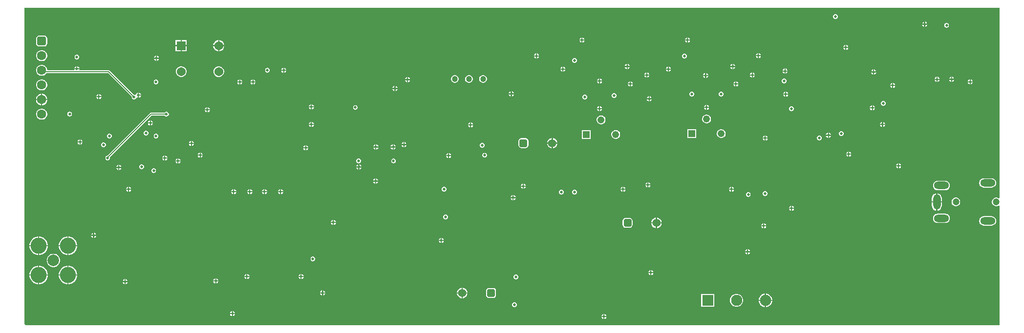
<source format=gbr>
G04*
G04 #@! TF.GenerationSoftware,Altium Limited,Altium Designer,25.5.2 (35)*
G04*
G04 Layer_Physical_Order=6*
G04 Layer_Color=16711680*
%FSLAX44Y44*%
%MOMM*%
G71*
G04*
G04 #@! TF.SameCoordinates,F6FF292E-385D-4CED-94FC-DDC138C61579*
G04*
G04*
G04 #@! TF.FilePolarity,Positive*
G04*
G01*
G75*
%ADD13C,0.1524*%
%ADD130R,1.5400X1.5400*%
%ADD131C,1.5400*%
%ADD144C,0.2032*%
%ADD146C,2.8000*%
%ADD147C,1.4000*%
%ADD148C,1.6000*%
%ADD149O,1.3080X2.6160*%
%ADD150C,1.9500*%
G04:AMPARAMS|DCode=151|XSize=1.4mm|YSize=1.4mm|CornerRadius=0.35mm|HoleSize=0mm|Usage=FLASHONLY|Rotation=180.000|XOffset=0mm|YOffset=0mm|HoleType=Round|Shape=RoundedRectangle|*
%AMROUNDEDRECTD151*
21,1,1.4000,0.7000,0,0,180.0*
21,1,0.7000,1.4000,0,0,180.0*
1,1,0.7000,-0.3500,0.3500*
1,1,0.7000,0.3500,0.3500*
1,1,0.7000,0.3500,-0.3500*
1,1,0.7000,-0.3500,-0.3500*
%
%ADD151ROUNDEDRECTD151*%
%ADD152R,1.9500X1.9500*%
%ADD153O,2.6160X1.3080*%
%ADD154C,1.2000*%
%ADD155C,1.2220*%
%ADD156R,1.2220X1.2220*%
G04:AMPARAMS|DCode=157|XSize=1.6mm|YSize=1.6mm|CornerRadius=0.4mm|HoleSize=0mm|Usage=FLASHONLY|Rotation=270.000|XOffset=0mm|YOffset=0mm|HoleType=Round|Shape=RoundedRectangle|*
%AMROUNDEDRECTD157*
21,1,1.6000,0.8000,0,0,270.0*
21,1,0.8000,1.6000,0,0,270.0*
1,1,0.8000,-0.4000,-0.4000*
1,1,0.8000,-0.4000,0.4000*
1,1,0.8000,0.4000,0.4000*
1,1,0.8000,0.4000,-0.4000*
%
%ADD157ROUNDEDRECTD157*%
%ADD158C,2.0000*%
%ADD159C,1.0300*%
%ADD160C,0.5000*%
G36*
X1954022Y485093D02*
X1952498Y484365D01*
X1951337Y485036D01*
X1949424Y485548D01*
X1947444D01*
X1945531Y485036D01*
X1943817Y484045D01*
X1942417Y482645D01*
X1941427Y480931D01*
X1940914Y479018D01*
Y477038D01*
X1941427Y475125D01*
X1942417Y473411D01*
X1943817Y472010D01*
X1945531Y471021D01*
X1947444Y470508D01*
X1949424D01*
X1951337Y471021D01*
X1952498Y471691D01*
X1954022Y470962D01*
Y264160D01*
X266700D01*
X264160Y266700D01*
Y815086D01*
X1954022D01*
Y485093D01*
D02*
G37*
%LPC*%
G36*
X1670596Y803866D02*
X1668996D01*
X1667519Y803254D01*
X1666388Y802123D01*
X1665776Y800646D01*
Y799046D01*
X1666388Y797569D01*
X1667519Y796438D01*
X1668996Y795826D01*
X1670596D01*
X1672073Y796438D01*
X1673204Y797569D01*
X1673816Y799046D01*
Y800646D01*
X1673204Y802123D01*
X1672073Y803254D01*
X1670596Y803866D01*
D02*
G37*
G36*
X1825228Y791095D02*
Y787638D01*
X1828685D01*
X1828043Y789187D01*
X1826777Y790453D01*
X1825228Y791095D01*
D02*
G37*
G36*
X1823228D02*
X1821679Y790453D01*
X1820413Y789187D01*
X1819772Y787638D01*
X1823228D01*
Y791095D01*
D02*
G37*
G36*
X1828685Y785638D02*
X1825228D01*
Y782181D01*
X1826777Y782823D01*
X1828043Y784089D01*
X1828685Y785638D01*
D02*
G37*
G36*
X1823228D02*
X1819772D01*
X1820413Y784089D01*
X1821679Y782823D01*
X1823228Y782181D01*
Y785638D01*
D02*
G37*
G36*
X1863128Y788626D02*
X1861528D01*
X1860051Y788014D01*
X1858920Y786883D01*
X1858308Y785406D01*
Y783806D01*
X1858920Y782329D01*
X1860051Y781198D01*
X1861528Y780586D01*
X1863128D01*
X1864605Y781198D01*
X1865736Y782329D01*
X1866348Y783806D01*
Y785406D01*
X1865736Y786883D01*
X1864605Y788014D01*
X1863128Y788626D01*
D02*
G37*
G36*
X1414256Y763662D02*
Y760206D01*
X1417713D01*
X1417071Y761755D01*
X1415805Y763021D01*
X1414256Y763662D01*
D02*
G37*
G36*
X1412256D02*
X1410707Y763021D01*
X1409441Y761755D01*
X1408799Y760206D01*
X1412256D01*
Y763662D01*
D02*
G37*
G36*
X1231376D02*
Y760206D01*
X1234833D01*
X1234191Y761755D01*
X1232925Y763021D01*
X1231376Y763662D01*
D02*
G37*
G36*
X1229376D02*
X1227827Y763021D01*
X1226561Y761755D01*
X1225919Y760206D01*
X1229376D01*
Y763662D01*
D02*
G37*
G36*
X1417713Y758206D02*
X1414256D01*
Y754750D01*
X1415805Y755391D01*
X1417071Y756657D01*
X1417713Y758206D01*
D02*
G37*
G36*
X1412256D02*
X1408799D01*
X1409441Y756657D01*
X1410707Y755391D01*
X1412256Y754750D01*
Y758206D01*
D02*
G37*
G36*
X1234833D02*
X1231376D01*
Y754750D01*
X1232925Y755391D01*
X1234191Y756657D01*
X1234833Y758206D01*
D02*
G37*
G36*
X1229376D02*
X1225919D01*
X1226561Y756657D01*
X1227827Y755391D01*
X1229376Y754750D01*
Y758206D01*
D02*
G37*
G36*
X602229Y759148D02*
X601952D01*
Y750448D01*
X610652D01*
Y750725D01*
X609991Y753192D01*
X608714Y755404D01*
X606908Y757210D01*
X604696Y758487D01*
X602229Y759148D01*
D02*
G37*
G36*
X599952D02*
X599675D01*
X597208Y758487D01*
X594996Y757210D01*
X593190Y755404D01*
X591913Y753192D01*
X591252Y750725D01*
Y750448D01*
X599952D01*
Y759148D01*
D02*
G37*
G36*
X545652D02*
X536952D01*
Y750448D01*
X545652D01*
Y759148D01*
D02*
G37*
G36*
X534952D02*
X526252D01*
Y750448D01*
X534952D01*
Y759148D01*
D02*
G37*
G36*
X298132Y767056D02*
X290132D01*
X287978Y766628D01*
X286152Y765408D01*
X284932Y763582D01*
X284504Y761428D01*
Y753428D01*
X284932Y751274D01*
X286152Y749448D01*
X287978Y748228D01*
X290132Y747800D01*
X298132D01*
X300286Y748228D01*
X302112Y749448D01*
X303332Y751274D01*
X303760Y753428D01*
Y761428D01*
X303332Y763582D01*
X302112Y765408D01*
X300286Y766628D01*
X298132Y767056D01*
D02*
G37*
G36*
X1688576Y750963D02*
Y747506D01*
X1692032D01*
X1691391Y749055D01*
X1690125Y750321D01*
X1688576Y750963D01*
D02*
G37*
G36*
X1686576D02*
X1685027Y750321D01*
X1683761Y749055D01*
X1683120Y747506D01*
X1686576D01*
Y750963D01*
D02*
G37*
G36*
X1692032Y745506D02*
X1688576D01*
Y742049D01*
X1690125Y742691D01*
X1691391Y743957D01*
X1692032Y745506D01*
D02*
G37*
G36*
X1686576D02*
X1683120D01*
X1683761Y743957D01*
X1685027Y742691D01*
X1686576Y742049D01*
Y745506D01*
D02*
G37*
G36*
X610652Y748448D02*
X601952D01*
Y739748D01*
X602229D01*
X604696Y740409D01*
X606908Y741686D01*
X608714Y743492D01*
X609991Y745704D01*
X610652Y748171D01*
Y748448D01*
D02*
G37*
G36*
X599952D02*
X591252D01*
Y748171D01*
X591913Y745704D01*
X593190Y743492D01*
X594996Y741686D01*
X597208Y740409D01*
X599675Y739748D01*
X599952D01*
Y748448D01*
D02*
G37*
G36*
X545652D02*
X536952D01*
Y739748D01*
X545652D01*
Y748448D01*
D02*
G37*
G36*
X534952D02*
X526252D01*
Y739748D01*
X534952D01*
Y748448D01*
D02*
G37*
G36*
X1537011Y736443D02*
Y732987D01*
X1540468D01*
X1539826Y734536D01*
X1538560Y735801D01*
X1537011Y736443D01*
D02*
G37*
G36*
X1535011D02*
X1533462Y735801D01*
X1532196Y734536D01*
X1531555Y732987D01*
X1535011D01*
Y736443D01*
D02*
G37*
G36*
X1152636Y735976D02*
Y732520D01*
X1156093D01*
X1155451Y734069D01*
X1154185Y735335D01*
X1152636Y735976D01*
D02*
G37*
G36*
X1150636D02*
X1149087Y735335D01*
X1147821Y734069D01*
X1147179Y732520D01*
X1150636D01*
Y735976D01*
D02*
G37*
G36*
X493938Y731985D02*
Y728529D01*
X497395D01*
X496753Y730078D01*
X495487Y731344D01*
X493938Y731985D01*
D02*
G37*
G36*
X491938D02*
X490389Y731344D01*
X489123Y730078D01*
X488481Y728529D01*
X491938D01*
Y731985D01*
D02*
G37*
G36*
X1540468Y730987D02*
X1537011D01*
Y727530D01*
X1538560Y728172D01*
X1539826Y729438D01*
X1540468Y730987D01*
D02*
G37*
G36*
X1535011D02*
X1531555D01*
X1532196Y729438D01*
X1533462Y728172D01*
X1535011Y727530D01*
Y730987D01*
D02*
G37*
G36*
X1408976Y735286D02*
X1407376D01*
X1405899Y734674D01*
X1404768Y733543D01*
X1404156Y732066D01*
Y730466D01*
X1404768Y728989D01*
X1405899Y727858D01*
X1407376Y727246D01*
X1408976D01*
X1410453Y727858D01*
X1411584Y728989D01*
X1412196Y730466D01*
Y732066D01*
X1411584Y733543D01*
X1410453Y734674D01*
X1408976Y735286D01*
D02*
G37*
G36*
X1156093Y730520D02*
X1152636D01*
Y727064D01*
X1154185Y727705D01*
X1155451Y728971D01*
X1156093Y730520D01*
D02*
G37*
G36*
X1150636D02*
X1147179D01*
X1147821Y728971D01*
X1149087Y727705D01*
X1150636Y727064D01*
Y730520D01*
D02*
G37*
G36*
X355892Y733508D02*
X354292D01*
X352815Y732896D01*
X351684Y731765D01*
X351072Y730288D01*
Y728688D01*
X351684Y727211D01*
X352815Y726080D01*
X354292Y725468D01*
X355892D01*
X357369Y726080D01*
X358500Y727211D01*
X359112Y728688D01*
Y730288D01*
X358500Y731765D01*
X357369Y732896D01*
X355892Y733508D01*
D02*
G37*
G36*
X497395Y726529D02*
X493938D01*
Y723072D01*
X495487Y723714D01*
X496753Y724980D01*
X497395Y726529D01*
D02*
G37*
G36*
X491938D02*
X488481D01*
X489123Y724980D01*
X490389Y723714D01*
X491938Y723072D01*
Y726529D01*
D02*
G37*
G36*
X295385Y741548D02*
X292879D01*
X290457Y740899D01*
X288287Y739646D01*
X286514Y737873D01*
X285261Y735703D01*
X284612Y733281D01*
Y730775D01*
X285261Y728353D01*
X286514Y726183D01*
X288287Y724410D01*
X290457Y723157D01*
X292879Y722508D01*
X295385D01*
X297807Y723157D01*
X299977Y724410D01*
X301750Y726183D01*
X303003Y728353D01*
X303652Y730775D01*
Y733281D01*
X303003Y735703D01*
X301750Y737873D01*
X299977Y739646D01*
X297807Y740899D01*
X295385Y741548D01*
D02*
G37*
G36*
X1218476Y727666D02*
X1216876D01*
X1215399Y727054D01*
X1214268Y725923D01*
X1213656Y724446D01*
Y722846D01*
X1214268Y721369D01*
X1215399Y720238D01*
X1216876Y719626D01*
X1218476D01*
X1219953Y720238D01*
X1221084Y721369D01*
X1221696Y722846D01*
Y724446D01*
X1221084Y725923D01*
X1219953Y727054D01*
X1218476Y727666D01*
D02*
G37*
G36*
X1492728Y717679D02*
Y714223D01*
X1496184D01*
X1495543Y715772D01*
X1494277Y717038D01*
X1492728Y717679D01*
D02*
G37*
G36*
X1490728D02*
X1489179Y717038D01*
X1487913Y715772D01*
X1487271Y714223D01*
X1490728D01*
Y717679D01*
D02*
G37*
G36*
X1309848D02*
Y714223D01*
X1313304D01*
X1312663Y715772D01*
X1311397Y717038D01*
X1309848Y717679D01*
D02*
G37*
G36*
X1307848D02*
X1306299Y717038D01*
X1305033Y715772D01*
X1304391Y714223D01*
X1307848D01*
Y717679D01*
D02*
G37*
G36*
X356092Y713624D02*
Y710168D01*
X359548D01*
X358907Y711717D01*
X357641Y712983D01*
X356092Y713624D01*
D02*
G37*
G36*
X354092D02*
X352543Y712983D01*
X351277Y711717D01*
X350635Y710168D01*
X354092D01*
Y713624D01*
D02*
G37*
G36*
X1381239Y713076D02*
Y709620D01*
X1384696D01*
X1384054Y711169D01*
X1382788Y712435D01*
X1381239Y713076D01*
D02*
G37*
G36*
X1379239D02*
X1377690Y712435D01*
X1376424Y711169D01*
X1375783Y709620D01*
X1379239D01*
Y713076D01*
D02*
G37*
G36*
X1198359D02*
Y709620D01*
X1201816D01*
X1201174Y711169D01*
X1199908Y712435D01*
X1198359Y713076D01*
D02*
G37*
G36*
X1196359D02*
X1194810Y712435D01*
X1193544Y711169D01*
X1192903Y709620D01*
X1196359D01*
Y713076D01*
D02*
G37*
G36*
X1496184Y712223D02*
X1492728D01*
Y708766D01*
X1494277Y709408D01*
X1495543Y710674D01*
X1496184Y712223D01*
D02*
G37*
G36*
X1490728D02*
X1487271D01*
X1487913Y710674D01*
X1489179Y709408D01*
X1490728Y708766D01*
Y712223D01*
D02*
G37*
G36*
X1313304D02*
X1309848D01*
Y708766D01*
X1311397Y709408D01*
X1312663Y710674D01*
X1313304Y712223D01*
D02*
G37*
G36*
X1307848D02*
X1304391D01*
X1305033Y710674D01*
X1306299Y709408D01*
X1307848Y708766D01*
Y712223D01*
D02*
G37*
G36*
X714612Y711085D02*
Y707628D01*
X718068D01*
X717427Y709177D01*
X716161Y710443D01*
X714612Y711085D01*
D02*
G37*
G36*
X712612D02*
X711063Y710443D01*
X709797Y709177D01*
X709156Y707628D01*
X712612D01*
Y711085D01*
D02*
G37*
G36*
X1583409Y709742D02*
Y706285D01*
X1586865D01*
X1586223Y707834D01*
X1584958Y709100D01*
X1583409Y709742D01*
D02*
G37*
G36*
X1581409D02*
X1579860Y709100D01*
X1578594Y707834D01*
X1577952Y706285D01*
X1581409D01*
Y709742D01*
D02*
G37*
G36*
X1736988Y708118D02*
Y704661D01*
X1740445D01*
X1739803Y706210D01*
X1738537Y707476D01*
X1736988Y708118D01*
D02*
G37*
G36*
X1734988D02*
X1733439Y707476D01*
X1732173Y706210D01*
X1731532Y704661D01*
X1734988D01*
Y708118D01*
D02*
G37*
G36*
X1384696Y707620D02*
X1381239D01*
Y704163D01*
X1382788Y704805D01*
X1384054Y706071D01*
X1384696Y707620D01*
D02*
G37*
G36*
X1379239D02*
X1375783D01*
X1376424Y706071D01*
X1377690Y704805D01*
X1379239Y704163D01*
Y707620D01*
D02*
G37*
G36*
X1201816D02*
X1198359D01*
Y704163D01*
X1199908Y704805D01*
X1201174Y706071D01*
X1201816Y707620D01*
D02*
G37*
G36*
X1196359D02*
X1192903D01*
X1193544Y706071D01*
X1194810Y704805D01*
X1196359Y704163D01*
Y707620D01*
D02*
G37*
G36*
X686092Y710648D02*
X684492D01*
X683015Y710036D01*
X681884Y708905D01*
X681272Y707428D01*
Y705828D01*
X681884Y704351D01*
X683015Y703220D01*
X684492Y702608D01*
X686092D01*
X687569Y703220D01*
X688700Y704351D01*
X689312Y705828D01*
Y707428D01*
X688700Y708905D01*
X687569Y710036D01*
X686092Y710648D01*
D02*
G37*
G36*
X718068Y705628D02*
X714612D01*
Y702171D01*
X716161Y702813D01*
X717427Y704079D01*
X718068Y705628D01*
D02*
G37*
G36*
X712612D02*
X709156D01*
X709797Y704079D01*
X711063Y702813D01*
X712612Y702171D01*
Y705628D01*
D02*
G37*
G36*
X1586865Y704285D02*
X1583409D01*
Y700828D01*
X1584958Y701470D01*
X1586223Y702736D01*
X1586865Y704285D01*
D02*
G37*
G36*
X1581409D02*
X1577952D01*
X1578594Y702736D01*
X1579860Y701470D01*
X1581409Y700828D01*
Y704285D01*
D02*
G37*
G36*
X1526686Y702762D02*
Y699306D01*
X1530143D01*
X1529501Y700855D01*
X1528235Y702121D01*
X1526686Y702762D01*
D02*
G37*
G36*
X1524686D02*
X1523137Y702121D01*
X1521871Y700855D01*
X1521230Y699306D01*
X1524686D01*
Y702762D01*
D02*
G37*
G36*
X1343806D02*
Y699306D01*
X1347263D01*
X1346621Y700855D01*
X1345355Y702121D01*
X1343806Y702762D01*
D02*
G37*
G36*
X1341806D02*
X1340257Y702121D01*
X1338991Y700855D01*
X1338350Y699306D01*
X1341806D01*
Y702762D01*
D02*
G37*
G36*
X1740445Y702662D02*
X1736988D01*
Y699205D01*
X1738537Y699847D01*
X1739803Y701112D01*
X1740445Y702662D01*
D02*
G37*
G36*
X1734988D02*
X1731532D01*
X1732173Y701112D01*
X1733439Y699847D01*
X1734988Y699205D01*
Y702662D01*
D02*
G37*
G36*
X1445770Y702003D02*
Y698546D01*
X1449227D01*
X1448585Y700095D01*
X1447319Y701361D01*
X1445770Y702003D01*
D02*
G37*
G36*
X1443770D02*
X1442221Y701361D01*
X1440955Y700095D01*
X1440314Y698546D01*
X1443770D01*
Y702003D01*
D02*
G37*
G36*
X602166Y713668D02*
X599738D01*
X597393Y713040D01*
X595291Y711826D01*
X593574Y710109D01*
X592360Y708007D01*
X591732Y705662D01*
Y703234D01*
X592360Y700889D01*
X593574Y698787D01*
X595291Y697070D01*
X597393Y695856D01*
X599738Y695228D01*
X602166D01*
X604511Y695856D01*
X606613Y697070D01*
X608330Y698787D01*
X609544Y700889D01*
X610172Y703234D01*
Y705662D01*
X609544Y708007D01*
X608330Y710109D01*
X606613Y711826D01*
X604511Y713040D01*
X602166Y713668D01*
D02*
G37*
G36*
X537166D02*
X534738D01*
X532393Y713040D01*
X530291Y711826D01*
X528574Y710109D01*
X527360Y708007D01*
X526732Y705662D01*
Y703234D01*
X527360Y700889D01*
X528574Y698787D01*
X530291Y697070D01*
X532393Y695856D01*
X534738Y695228D01*
X537166D01*
X539511Y695856D01*
X541613Y697070D01*
X543330Y698787D01*
X544544Y700889D01*
X545172Y703234D01*
Y705662D01*
X544544Y708007D01*
X543330Y710109D01*
X541613Y711826D01*
X539511Y713040D01*
X537166Y713668D01*
D02*
G37*
G36*
X1530143Y697306D02*
X1526686D01*
Y693849D01*
X1528235Y694491D01*
X1529501Y695757D01*
X1530143Y697306D01*
D02*
G37*
G36*
X1524686D02*
X1521230D01*
X1521871Y695757D01*
X1523137Y694491D01*
X1524686Y693849D01*
Y697306D01*
D02*
G37*
G36*
X1347263D02*
X1343806D01*
Y693849D01*
X1345355Y694491D01*
X1346621Y695757D01*
X1347263Y697306D01*
D02*
G37*
G36*
X1341806D02*
X1338350D01*
X1338991Y695757D01*
X1340257Y694491D01*
X1341806Y693849D01*
Y697306D01*
D02*
G37*
G36*
X1449227Y696546D02*
X1445770D01*
Y693090D01*
X1447319Y693731D01*
X1448585Y694997D01*
X1449227Y696546D01*
D02*
G37*
G36*
X1443770D02*
X1440314D01*
X1440955Y694997D01*
X1442221Y693731D01*
X1443770Y693090D01*
Y696546D01*
D02*
G37*
G36*
X1872114Y695431D02*
Y691974D01*
X1875571D01*
X1874929Y693523D01*
X1873663Y694789D01*
X1872114Y695431D01*
D02*
G37*
G36*
X1870114D02*
X1868565Y694789D01*
X1867299Y693523D01*
X1866658Y691974D01*
X1870114D01*
Y695431D01*
D02*
G37*
G36*
X1846818Y695337D02*
Y691880D01*
X1850275D01*
X1849633Y693429D01*
X1848367Y694695D01*
X1846818Y695337D01*
D02*
G37*
G36*
X1844818D02*
X1843269Y694695D01*
X1842003Y693429D01*
X1841362Y691880D01*
X1844818D01*
Y695337D01*
D02*
G37*
G36*
X929131Y694832D02*
Y691375D01*
X932588D01*
X931946Y692924D01*
X930680Y694190D01*
X929131Y694832D01*
D02*
G37*
G36*
X927132D02*
X925583Y694190D01*
X924317Y692924D01*
X923675Y691375D01*
X927132D01*
Y694832D01*
D02*
G37*
G36*
X1261856Y692542D02*
Y689086D01*
X1265312D01*
X1264671Y690635D01*
X1263405Y691901D01*
X1261856Y692542D01*
D02*
G37*
G36*
X1259856D02*
X1258307Y691901D01*
X1257041Y690635D01*
X1256400Y689086D01*
X1259856D01*
Y692542D01*
D02*
G37*
G36*
X1904222Y691019D02*
Y687562D01*
X1907679D01*
X1907037Y689111D01*
X1905771Y690377D01*
X1904222Y691019D01*
D02*
G37*
G36*
X1902222D02*
X1900673Y690377D01*
X1899407Y689111D01*
X1898766Y687562D01*
X1902222D01*
Y691019D01*
D02*
G37*
G36*
X661272Y690764D02*
Y687308D01*
X664728D01*
X664087Y688857D01*
X662821Y690123D01*
X661272Y690764D01*
D02*
G37*
G36*
X659272D02*
X657723Y690123D01*
X656457Y688857D01*
X655816Y687308D01*
X659272D01*
Y690764D01*
D02*
G37*
G36*
X638412D02*
Y687308D01*
X641869D01*
X641227Y688857D01*
X639961Y690123D01*
X638412Y690764D01*
D02*
G37*
G36*
X636412D02*
X634863Y690123D01*
X633597Y688857D01*
X632956Y687308D01*
X636412D01*
Y690764D01*
D02*
G37*
G36*
X1875571Y689974D02*
X1872114D01*
Y686518D01*
X1873663Y687159D01*
X1874929Y688425D01*
X1875571Y689974D01*
D02*
G37*
G36*
X1870114D02*
X1866658D01*
X1867299Y688425D01*
X1868565Y687159D01*
X1870114Y686518D01*
Y689974D01*
D02*
G37*
G36*
X1850275Y689880D02*
X1846818D01*
Y686423D01*
X1848367Y687065D01*
X1849633Y688331D01*
X1850275Y689880D01*
D02*
G37*
G36*
X1844818D02*
X1841362D01*
X1842003Y688331D01*
X1843269Y687065D01*
X1844818Y686423D01*
Y689880D01*
D02*
G37*
G36*
X932588Y689375D02*
X929131D01*
Y685919D01*
X930680Y686561D01*
X931946Y687826D01*
X932588Y689375D01*
D02*
G37*
G36*
X927132D02*
X923675D01*
X924317Y687826D01*
X925583Y686561D01*
X927132Y685919D01*
Y689375D01*
D02*
G37*
G36*
X1059836Y698061D02*
X1058079D01*
X1056383Y697607D01*
X1054862Y696729D01*
X1053620Y695487D01*
X1052742Y693966D01*
X1052288Y692270D01*
Y690513D01*
X1052742Y688817D01*
X1053620Y687296D01*
X1054862Y686054D01*
X1056383Y685176D01*
X1058079Y684721D01*
X1059836D01*
X1061532Y685176D01*
X1063053Y686054D01*
X1064295Y687296D01*
X1065173Y688817D01*
X1065628Y690513D01*
Y692270D01*
X1065173Y693966D01*
X1064295Y695487D01*
X1063053Y696729D01*
X1061532Y697607D01*
X1059836Y698061D01*
D02*
G37*
G36*
X1035436D02*
X1033679D01*
X1031983Y697607D01*
X1030462Y696729D01*
X1029220Y695487D01*
X1028342Y693966D01*
X1027887Y692270D01*
Y690513D01*
X1028342Y688817D01*
X1029220Y687296D01*
X1030462Y686054D01*
X1031983Y685176D01*
X1033679Y684721D01*
X1035436D01*
X1037132Y685176D01*
X1038653Y686054D01*
X1039895Y687296D01*
X1040773Y688817D01*
X1041227Y690513D01*
Y692270D01*
X1040773Y693966D01*
X1039895Y695487D01*
X1038653Y696729D01*
X1037132Y697607D01*
X1035436Y698061D01*
D02*
G37*
G36*
X1011036D02*
X1009279D01*
X1007583Y697607D01*
X1006062Y696729D01*
X1004820Y695487D01*
X1003942Y693966D01*
X1003487Y692270D01*
Y690513D01*
X1003942Y688817D01*
X1004820Y687296D01*
X1006062Y686054D01*
X1007583Y685176D01*
X1009279Y684721D01*
X1011036D01*
X1012732Y685176D01*
X1014253Y686054D01*
X1015495Y687296D01*
X1016373Y688817D01*
X1016827Y690513D01*
Y692270D01*
X1016373Y693966D01*
X1015495Y695487D01*
X1014253Y696729D01*
X1012732Y697607D01*
X1011036Y698061D01*
D02*
G37*
G36*
X1581696Y692106D02*
X1580096D01*
X1578619Y691494D01*
X1577488Y690363D01*
X1576876Y688886D01*
Y687286D01*
X1577488Y685809D01*
X1578619Y684678D01*
X1580096Y684066D01*
X1581696D01*
X1583173Y684678D01*
X1584304Y685809D01*
X1584916Y687286D01*
Y688886D01*
X1584304Y690363D01*
X1583173Y691494D01*
X1581696Y692106D01*
D02*
G37*
G36*
X1498076Y687462D02*
Y684006D01*
X1501532D01*
X1500891Y685555D01*
X1499625Y686821D01*
X1498076Y687462D01*
D02*
G37*
G36*
X1496076D02*
X1494527Y686821D01*
X1493261Y685555D01*
X1492619Y684006D01*
X1496076D01*
Y687462D01*
D02*
G37*
G36*
X1315196D02*
Y684006D01*
X1318652D01*
X1318011Y685555D01*
X1316745Y686821D01*
X1315196Y687462D01*
D02*
G37*
G36*
X1313196D02*
X1311647Y686821D01*
X1310381Y685555D01*
X1309740Y684006D01*
X1313196D01*
Y687462D01*
D02*
G37*
G36*
X1265312Y687086D02*
X1261856D01*
Y683630D01*
X1263405Y684271D01*
X1264671Y685537D01*
X1265312Y687086D01*
D02*
G37*
G36*
X1259856D02*
X1256400D01*
X1257041Y685537D01*
X1258307Y684271D01*
X1259856Y683630D01*
Y687086D01*
D02*
G37*
G36*
X493052Y690328D02*
X491452D01*
X489975Y689716D01*
X488844Y688585D01*
X488232Y687108D01*
Y685508D01*
X488844Y684031D01*
X489975Y682900D01*
X491452Y682288D01*
X493052D01*
X494529Y682900D01*
X495660Y684031D01*
X496272Y685508D01*
Y687108D01*
X495660Y688585D01*
X494529Y689716D01*
X493052Y690328D01*
D02*
G37*
G36*
X1907679Y685562D02*
X1904222D01*
Y682105D01*
X1905771Y682747D01*
X1907037Y684013D01*
X1907679Y685562D01*
D02*
G37*
G36*
X1902222D02*
X1898766D01*
X1899407Y684013D01*
X1900673Y682747D01*
X1902222Y682105D01*
Y685562D01*
D02*
G37*
G36*
X664728Y685308D02*
X661272D01*
Y681852D01*
X662821Y682493D01*
X664087Y683759D01*
X664728Y685308D01*
D02*
G37*
G36*
X659272D02*
X655816D01*
X656457Y683759D01*
X657723Y682493D01*
X659272Y681852D01*
Y685308D01*
D02*
G37*
G36*
X641869D02*
X638412D01*
Y681852D01*
X639961Y682493D01*
X641227Y683759D01*
X641869Y685308D01*
D02*
G37*
G36*
X636412D02*
X632956D01*
X633597Y683759D01*
X634863Y682493D01*
X636412Y681852D01*
Y685308D01*
D02*
G37*
G36*
X1769856Y684922D02*
Y681466D01*
X1773313D01*
X1772671Y683015D01*
X1771405Y684281D01*
X1769856Y684922D01*
D02*
G37*
G36*
X1767856D02*
X1766307Y684281D01*
X1765041Y683015D01*
X1764400Y681466D01*
X1767856D01*
Y684922D01*
D02*
G37*
G36*
X1501532Y682006D02*
X1498076D01*
Y678549D01*
X1499625Y679191D01*
X1500891Y680457D01*
X1501532Y682006D01*
D02*
G37*
G36*
X1496076D02*
X1492619D01*
X1493261Y680457D01*
X1494527Y679191D01*
X1496076Y678549D01*
Y682006D01*
D02*
G37*
G36*
X1318652D02*
X1315196D01*
Y678549D01*
X1316745Y679191D01*
X1318011Y680457D01*
X1318652Y682006D01*
D02*
G37*
G36*
X1313196D02*
X1309740D01*
X1310381Y680457D01*
X1311647Y679191D01*
X1313196Y678549D01*
Y682006D01*
D02*
G37*
G36*
X907288Y679592D02*
Y676135D01*
X910744D01*
X910102Y677684D01*
X908837Y678950D01*
X907288Y679592D01*
D02*
G37*
G36*
X905287D02*
X903738Y678950D01*
X902473Y677684D01*
X901831Y676135D01*
X905287D01*
Y679592D01*
D02*
G37*
G36*
X1773313Y679466D02*
X1769856D01*
Y676010D01*
X1771405Y676651D01*
X1772671Y677917D01*
X1773313Y679466D01*
D02*
G37*
G36*
X1767856D02*
X1764400D01*
X1765041Y677917D01*
X1766307Y676651D01*
X1767856Y676010D01*
Y679466D01*
D02*
G37*
G36*
X295385Y690748D02*
X292879D01*
X290457Y690099D01*
X288287Y688846D01*
X286514Y687073D01*
X285261Y684903D01*
X284612Y682481D01*
Y679975D01*
X285261Y677553D01*
X286514Y675383D01*
X288287Y673610D01*
X290457Y672357D01*
X292879Y671708D01*
X295385D01*
X297807Y672357D01*
X299977Y673610D01*
X301750Y675383D01*
X303003Y677553D01*
X303652Y679975D01*
Y682481D01*
X303003Y684903D01*
X301750Y687073D01*
X299977Y688846D01*
X297807Y690099D01*
X295385Y690748D01*
D02*
G37*
G36*
X910744Y674135D02*
X907288D01*
Y670679D01*
X908837Y671320D01*
X910102Y672586D01*
X910744Y674135D01*
D02*
G37*
G36*
X905287D02*
X901831D01*
X902473Y672586D01*
X903738Y671320D01*
X905287Y670679D01*
Y674135D01*
D02*
G37*
G36*
X1109073Y670132D02*
Y666675D01*
X1112529D01*
X1111888Y668224D01*
X1110622Y669490D01*
X1109073Y670132D01*
D02*
G37*
G36*
X1107073D02*
X1105524Y669490D01*
X1104258Y668224D01*
X1103616Y666675D01*
X1107073D01*
Y670132D01*
D02*
G37*
G36*
X1584436Y669682D02*
Y666226D01*
X1587892D01*
X1587251Y667775D01*
X1585985Y669041D01*
X1584436Y669682D01*
D02*
G37*
G36*
X1582436D02*
X1580887Y669041D01*
X1579621Y667775D01*
X1578979Y666226D01*
X1582436D01*
Y669682D01*
D02*
G37*
G36*
X462772Y667905D02*
Y664448D01*
X466228D01*
X465587Y665997D01*
X464321Y667263D01*
X462772Y667905D01*
D02*
G37*
G36*
X394192Y665365D02*
Y661908D01*
X397649D01*
X397007Y663457D01*
X395741Y664723D01*
X394192Y665365D01*
D02*
G37*
G36*
X392192D02*
X390643Y664723D01*
X389377Y663457D01*
X388736Y661908D01*
X392192D01*
Y665365D01*
D02*
G37*
G36*
X1112529Y664675D02*
X1109073D01*
Y661219D01*
X1110622Y661861D01*
X1111888Y663126D01*
X1112529Y664675D01*
D02*
G37*
G36*
X1107073D02*
X1103616D01*
X1104258Y663126D01*
X1105524Y661861D01*
X1107073Y661219D01*
Y664675D01*
D02*
G37*
G36*
X1472476Y669246D02*
X1470876D01*
X1469399Y668634D01*
X1468268Y667503D01*
X1467656Y666026D01*
Y664426D01*
X1468268Y662949D01*
X1469399Y661818D01*
X1470876Y661206D01*
X1472476D01*
X1473953Y661818D01*
X1475084Y662949D01*
X1475696Y664426D01*
Y666026D01*
X1475084Y667503D01*
X1473953Y668634D01*
X1472476Y669246D01*
D02*
G37*
G36*
X1421676D02*
X1420076D01*
X1418599Y668634D01*
X1417468Y667503D01*
X1416856Y666026D01*
Y664426D01*
X1417468Y662949D01*
X1418599Y661818D01*
X1420076Y661206D01*
X1421676D01*
X1423153Y661818D01*
X1424284Y662949D01*
X1424896Y664426D01*
Y666026D01*
X1424284Y667503D01*
X1423153Y668634D01*
X1421676Y669246D01*
D02*
G37*
G36*
X1587892Y664226D02*
X1584436D01*
Y660770D01*
X1585985Y661411D01*
X1587251Y662677D01*
X1587892Y664226D01*
D02*
G37*
G36*
X1582436D02*
X1578979D01*
X1579621Y662677D01*
X1580887Y661411D01*
X1582436Y660770D01*
Y664226D01*
D02*
G37*
G36*
X295385Y716148D02*
X292879D01*
X290457Y715499D01*
X288287Y714246D01*
X286514Y712473D01*
X285261Y710303D01*
X284612Y707881D01*
Y705375D01*
X285261Y702953D01*
X286514Y700783D01*
X288287Y699010D01*
X290457Y697757D01*
X292879Y697108D01*
X295385D01*
X297807Y697757D01*
X299977Y699010D01*
X301750Y700783D01*
X302487Y702059D01*
X408955D01*
X450186Y660829D01*
Y659299D01*
X450798Y657822D01*
X451928Y656691D01*
X453406Y656079D01*
X455005D01*
X456483Y656691D01*
X457614Y657822D01*
X457984Y658717D01*
X458834Y659346D01*
X459750Y659415D01*
X460772Y658991D01*
Y663448D01*
Y667905D01*
X459223Y667263D01*
X457957Y665997D01*
X457400Y664651D01*
X457345Y664583D01*
X456297Y664003D01*
X455748Y663811D01*
X455005Y664119D01*
X453476D01*
X411564Y706031D01*
X410809Y706536D01*
X409919Y706713D01*
X360317D01*
X359471Y707980D01*
X359548Y708168D01*
X350635D01*
X350713Y707980D01*
X349867Y706713D01*
X303652D01*
Y707881D01*
X303003Y710303D01*
X301750Y712473D01*
X299977Y714246D01*
X297807Y715499D01*
X295385Y716148D01*
D02*
G37*
G36*
X466228Y662448D02*
X462772D01*
Y658991D01*
X464321Y659633D01*
X465587Y660899D01*
X466228Y662448D01*
D02*
G37*
G36*
X1287056Y666706D02*
X1285456D01*
X1283979Y666094D01*
X1282848Y664963D01*
X1282236Y663486D01*
Y661886D01*
X1282848Y660409D01*
X1283979Y659278D01*
X1285456Y658666D01*
X1287056D01*
X1288533Y659278D01*
X1289664Y660409D01*
X1290276Y661886D01*
Y663486D01*
X1289664Y664963D01*
X1288533Y666094D01*
X1287056Y666706D01*
D02*
G37*
G36*
X1347962Y661554D02*
Y658098D01*
X1351418D01*
X1350777Y659647D01*
X1349511Y660913D01*
X1347962Y661554D01*
D02*
G37*
G36*
X1345962D02*
X1344413Y660913D01*
X1343147Y659647D01*
X1342505Y658098D01*
X1345962D01*
Y661554D01*
D02*
G37*
G36*
X295448Y665828D02*
X295132D01*
Y656828D01*
X304132D01*
Y657144D01*
X303451Y659688D01*
X302134Y661968D01*
X300272Y663830D01*
X297992Y665146D01*
X295448Y665828D01*
D02*
G37*
G36*
X293132D02*
X292815D01*
X290272Y665146D01*
X287992Y663830D01*
X286130Y661968D01*
X284813Y659688D01*
X284132Y657144D01*
Y656828D01*
X293132D01*
Y665828D01*
D02*
G37*
G36*
X397649Y659908D02*
X394192D01*
Y656451D01*
X395741Y657093D01*
X397007Y658359D01*
X397649Y659908D01*
D02*
G37*
G36*
X392192D02*
X388736D01*
X389377Y658359D01*
X390643Y657093D01*
X392192Y656451D01*
Y659908D01*
D02*
G37*
G36*
X1236256Y664166D02*
X1234656D01*
X1233179Y663554D01*
X1232048Y662423D01*
X1231436Y660946D01*
Y659346D01*
X1232048Y657869D01*
X1233179Y656738D01*
X1234656Y656126D01*
X1236256D01*
X1237733Y656738D01*
X1238864Y657869D01*
X1239476Y659346D01*
Y660946D01*
X1238864Y662423D01*
X1237733Y663554D01*
X1236256Y664166D01*
D02*
G37*
G36*
X1351418Y656098D02*
X1347962D01*
Y652642D01*
X1349511Y653283D01*
X1350777Y654549D01*
X1351418Y656098D01*
D02*
G37*
G36*
X1345962D02*
X1342505D01*
X1343147Y654549D01*
X1344413Y653283D01*
X1345962Y652642D01*
Y656098D01*
D02*
G37*
G36*
X304132Y654828D02*
X295132D01*
Y645828D01*
X295448D01*
X297992Y646509D01*
X300272Y647826D01*
X302134Y649688D01*
X303451Y651968D01*
X304132Y654511D01*
Y654828D01*
D02*
G37*
G36*
X293132D02*
X284132D01*
Y654511D01*
X284813Y651968D01*
X286130Y649688D01*
X287992Y647826D01*
X290272Y646509D01*
X292815Y645828D01*
X293132D01*
Y654828D01*
D02*
G37*
G36*
X1753402Y653074D02*
X1751803D01*
X1750325Y652462D01*
X1749195Y651331D01*
X1748583Y649854D01*
Y648254D01*
X1749195Y646777D01*
X1750325Y645646D01*
X1751803Y645034D01*
X1753402D01*
X1754880Y645646D01*
X1756011Y646777D01*
X1756623Y648254D01*
Y649854D01*
X1756011Y651331D01*
X1754880Y652462D01*
X1753402Y653074D01*
D02*
G37*
G36*
X762492Y647585D02*
Y644128D01*
X765948D01*
X765307Y645677D01*
X764041Y646943D01*
X762492Y647585D01*
D02*
G37*
G36*
X760492D02*
X758943Y646943D01*
X757677Y645677D01*
X757036Y644128D01*
X760492D01*
Y647585D01*
D02*
G37*
G36*
X1447276Y646823D02*
Y643366D01*
X1450733D01*
X1450091Y644915D01*
X1448825Y646181D01*
X1447276Y646823D01*
D02*
G37*
G36*
X1445276D02*
X1443727Y646181D01*
X1442461Y644915D01*
X1441819Y643366D01*
X1445276D01*
Y646823D01*
D02*
G37*
G36*
X1734839Y645871D02*
Y642414D01*
X1738295D01*
X1737653Y643963D01*
X1736388Y645229D01*
X1734839Y645871D01*
D02*
G37*
G36*
X1732838D02*
X1731290Y645229D01*
X1730024Y643963D01*
X1729382Y642414D01*
X1732838D01*
Y645871D01*
D02*
G37*
G36*
X1261838Y644453D02*
Y640996D01*
X1265294D01*
X1264653Y642545D01*
X1263387Y643811D01*
X1261838Y644453D01*
D02*
G37*
G36*
X1259838D02*
X1258289Y643811D01*
X1257023Y642545D01*
X1256381Y640996D01*
X1259838D01*
Y644453D01*
D02*
G37*
G36*
X582152Y642505D02*
Y639048D01*
X585608D01*
X584967Y640597D01*
X583701Y641863D01*
X582152Y642505D01*
D02*
G37*
G36*
X580152D02*
X578603Y641863D01*
X577337Y640597D01*
X576696Y639048D01*
X580152D01*
Y642505D01*
D02*
G37*
G36*
X765948Y642128D02*
X762492D01*
Y638671D01*
X764041Y639313D01*
X765307Y640579D01*
X765948Y642128D01*
D02*
G37*
G36*
X760492D02*
X757036D01*
X757677Y640579D01*
X758943Y639313D01*
X760492Y638671D01*
Y642128D01*
D02*
G37*
G36*
X838507Y646135D02*
X836908D01*
X835430Y645523D01*
X834299Y644392D01*
X833688Y642915D01*
Y641316D01*
X834299Y639838D01*
X835430Y638707D01*
X836908Y638095D01*
X838507D01*
X839985Y638707D01*
X841115Y639838D01*
X841728Y641316D01*
Y642915D01*
X841115Y644392D01*
X839985Y645523D01*
X838507Y646135D01*
D02*
G37*
G36*
X1450733Y641366D02*
X1447276D01*
Y637910D01*
X1448825Y638551D01*
X1450091Y639817D01*
X1450733Y641366D01*
D02*
G37*
G36*
X1445276D02*
X1441819D01*
X1442461Y639817D01*
X1443727Y638551D01*
X1445276Y637910D01*
Y641366D01*
D02*
G37*
G36*
X1738295Y640414D02*
X1734839D01*
Y636958D01*
X1736388Y637599D01*
X1737653Y638865D01*
X1738295Y640414D01*
D02*
G37*
G36*
X1732838D02*
X1729382D01*
X1730024Y638865D01*
X1731290Y637599D01*
X1732838Y636958D01*
Y640414D01*
D02*
G37*
G36*
X1594396Y643846D02*
X1592796D01*
X1591319Y643234D01*
X1590188Y642103D01*
X1589576Y640626D01*
Y639026D01*
X1590188Y637549D01*
X1591319Y636418D01*
X1592796Y635806D01*
X1594396D01*
X1595873Y636418D01*
X1597004Y637549D01*
X1597616Y639026D01*
Y640626D01*
X1597004Y642103D01*
X1595873Y643234D01*
X1594396Y643846D01*
D02*
G37*
G36*
X1265294Y638996D02*
X1261838D01*
Y635539D01*
X1263387Y636181D01*
X1264653Y637447D01*
X1265294Y638996D01*
D02*
G37*
G36*
X1259838D02*
X1256381D01*
X1257023Y637447D01*
X1258289Y636181D01*
X1259838Y635539D01*
Y638996D01*
D02*
G37*
G36*
X585608Y637048D02*
X582152D01*
Y633591D01*
X583701Y634233D01*
X584967Y635499D01*
X585608Y637048D01*
D02*
G37*
G36*
X580152D02*
X576696D01*
X577337Y635499D01*
X578603Y634233D01*
X580152Y633591D01*
Y637048D01*
D02*
G37*
G36*
X510832Y634448D02*
X509232D01*
X507755Y633836D01*
X506932Y633014D01*
X483703D01*
X483703Y633014D01*
X482713Y632817D01*
X481874Y632256D01*
X481874Y632256D01*
X407866Y558248D01*
X407632D01*
X406155Y557636D01*
X405024Y556505D01*
X404412Y555028D01*
Y553428D01*
X405024Y551951D01*
X406155Y550820D01*
X407632Y550208D01*
X409232D01*
X410709Y550820D01*
X411840Y551951D01*
X412452Y553428D01*
Y555028D01*
X412308Y555376D01*
X484774Y627842D01*
X506932D01*
X507755Y627020D01*
X509232Y626408D01*
X510832D01*
X512309Y627020D01*
X513270Y627981D01*
X513562Y628039D01*
X514400Y628600D01*
X514961Y629439D01*
X515158Y630428D01*
X514961Y631418D01*
X514400Y632256D01*
X513562Y632817D01*
X513270Y632875D01*
X512309Y633836D01*
X510832Y634448D01*
D02*
G37*
G36*
X343352D02*
X341752D01*
X340275Y633836D01*
X339144Y632705D01*
X338532Y631228D01*
Y629628D01*
X339144Y628151D01*
X340275Y627020D01*
X341752Y626408D01*
X343352D01*
X344829Y627020D01*
X345960Y628151D01*
X346572Y629628D01*
Y631228D01*
X345960Y632705D01*
X344829Y633836D01*
X343352Y634448D01*
D02*
G37*
G36*
X295385Y639948D02*
X292879D01*
X290457Y639299D01*
X288287Y638046D01*
X286514Y636273D01*
X285261Y634103D01*
X284612Y631681D01*
Y629175D01*
X285261Y626753D01*
X286514Y624583D01*
X288287Y622810D01*
X290457Y621557D01*
X292879Y620908D01*
X295385D01*
X297807Y621557D01*
X299977Y622810D01*
X301750Y624583D01*
X303003Y626753D01*
X303652Y629175D01*
Y631681D01*
X303003Y634103D01*
X301750Y636273D01*
X299977Y638046D01*
X297807Y639299D01*
X295385Y639948D01*
D02*
G37*
G36*
X483472Y619645D02*
Y616188D01*
X486928D01*
X486287Y617737D01*
X485021Y619003D01*
X483472Y619645D01*
D02*
G37*
G36*
X481472D02*
X479923Y619003D01*
X478657Y617737D01*
X478016Y616188D01*
X481472D01*
Y619645D01*
D02*
G37*
G36*
X1447280Y629676D02*
X1445271D01*
X1443331Y629156D01*
X1441591Y628152D01*
X1440170Y626731D01*
X1439166Y624991D01*
X1438646Y623050D01*
Y621041D01*
X1439166Y619101D01*
X1440170Y617361D01*
X1441591Y615941D01*
X1443331Y614936D01*
X1445271Y614416D01*
X1447280D01*
X1449221Y614936D01*
X1450961Y615941D01*
X1452381Y617361D01*
X1453386Y619101D01*
X1453906Y621041D01*
Y623050D01*
X1453386Y624991D01*
X1452381Y626731D01*
X1450961Y628152D01*
X1449221Y629156D01*
X1447280Y629676D01*
D02*
G37*
G36*
X1752330Y617104D02*
Y613648D01*
X1755786D01*
X1755145Y615197D01*
X1753879Y616463D01*
X1752330Y617104D01*
D02*
G37*
G36*
X1750330D02*
X1748781Y616463D01*
X1747515Y615197D01*
X1746873Y613648D01*
X1750330D01*
Y617104D01*
D02*
G37*
G36*
X762492D02*
Y613648D01*
X765948D01*
X765307Y615197D01*
X764041Y616463D01*
X762492Y617104D01*
D02*
G37*
G36*
X760492D02*
X758943Y616463D01*
X757677Y615197D01*
X757036Y613648D01*
X760492D01*
Y617104D01*
D02*
G37*
G36*
X1264654Y628152D02*
X1262645D01*
X1260705Y627632D01*
X1258965Y626628D01*
X1257544Y625207D01*
X1256540Y623467D01*
X1256020Y621526D01*
Y619518D01*
X1256540Y617577D01*
X1257544Y615837D01*
X1258965Y614417D01*
X1260705Y613412D01*
X1262645Y612892D01*
X1264654D01*
X1266595Y613412D01*
X1268335Y614417D01*
X1269755Y615837D01*
X1270760Y617577D01*
X1271280Y619518D01*
Y621526D01*
X1270760Y623467D01*
X1269755Y625207D01*
X1268335Y626628D01*
X1266595Y627632D01*
X1264654Y628152D01*
D02*
G37*
G36*
X1038336Y616343D02*
Y612886D01*
X1041793D01*
X1041151Y614435D01*
X1039885Y615701D01*
X1038336Y616343D01*
D02*
G37*
G36*
X1036336D02*
X1034787Y615701D01*
X1033521Y614435D01*
X1032879Y612886D01*
X1036336D01*
Y616343D01*
D02*
G37*
G36*
X486928Y614188D02*
X483472D01*
Y610732D01*
X485021Y611373D01*
X486287Y612639D01*
X486928Y614188D01*
D02*
G37*
G36*
X481472D02*
X478016D01*
X478657Y612639D01*
X479923Y611373D01*
X481472Y610732D01*
Y614188D01*
D02*
G37*
G36*
X1755786Y611648D02*
X1752330D01*
Y608191D01*
X1753879Y608833D01*
X1755145Y610099D01*
X1755786Y611648D01*
D02*
G37*
G36*
X1750330D02*
X1746873D01*
X1747515Y610099D01*
X1748781Y608833D01*
X1750330Y608191D01*
Y611648D01*
D02*
G37*
G36*
X765948D02*
X762492D01*
Y608191D01*
X764041Y608833D01*
X765307Y610099D01*
X765948Y611648D01*
D02*
G37*
G36*
X760492D02*
X757036D01*
X757677Y610099D01*
X758943Y608833D01*
X760492Y608191D01*
Y611648D01*
D02*
G37*
G36*
X1041793Y610886D02*
X1038336D01*
Y607430D01*
X1039885Y608071D01*
X1041151Y609337D01*
X1041793Y610886D01*
D02*
G37*
G36*
X1036336D02*
X1032879D01*
X1033521Y609337D01*
X1034787Y608071D01*
X1036336Y607430D01*
Y610886D01*
D02*
G37*
G36*
X1658578Y598298D02*
Y594842D01*
X1662034D01*
X1661393Y596391D01*
X1660127Y597657D01*
X1658578Y598298D01*
D02*
G37*
G36*
X1656578D02*
X1655029Y597657D01*
X1653763Y596391D01*
X1653121Y594842D01*
X1656578D01*
Y598298D01*
D02*
G37*
G36*
X475652Y601428D02*
X474052D01*
X472575Y600816D01*
X471444Y599685D01*
X470832Y598208D01*
Y596608D01*
X471444Y595131D01*
X472575Y594000D01*
X474052Y593388D01*
X475652D01*
X477129Y594000D01*
X478260Y595131D01*
X478872Y596608D01*
Y598208D01*
X478260Y599685D01*
X477129Y600816D01*
X475652Y601428D01*
D02*
G37*
G36*
X1680756Y600666D02*
X1679156D01*
X1677679Y600054D01*
X1676548Y598923D01*
X1675936Y597446D01*
Y595846D01*
X1676548Y594369D01*
X1677679Y593238D01*
X1679156Y592626D01*
X1680756D01*
X1682233Y593238D01*
X1683364Y594369D01*
X1683976Y595846D01*
Y597446D01*
X1683364Y598923D01*
X1682233Y600054D01*
X1680756Y600666D01*
D02*
G37*
G36*
X1548876Y593483D02*
Y590026D01*
X1552332D01*
X1551691Y591575D01*
X1550425Y592841D01*
X1548876Y593483D01*
D02*
G37*
G36*
X1546876D02*
X1545327Y592841D01*
X1544061Y591575D01*
X1543419Y590026D01*
X1546876D01*
Y593483D01*
D02*
G37*
G36*
X1662034Y592842D02*
X1658578D01*
Y589385D01*
X1660127Y590027D01*
X1661393Y591292D01*
X1662034Y592842D01*
D02*
G37*
G36*
X1656578D02*
X1653121D01*
X1653763Y591292D01*
X1655029Y590027D01*
X1656578Y589385D01*
Y592842D01*
D02*
G37*
G36*
X1472681Y604276D02*
X1470672D01*
X1468731Y603756D01*
X1466991Y602752D01*
X1465571Y601331D01*
X1464566Y599591D01*
X1464046Y597650D01*
Y595642D01*
X1464566Y593701D01*
X1465571Y591961D01*
X1466991Y590541D01*
X1468731Y589536D01*
X1470672Y589016D01*
X1472681D01*
X1474621Y589536D01*
X1476361Y590541D01*
X1477782Y591961D01*
X1478786Y593701D01*
X1479306Y595642D01*
Y597650D01*
X1478786Y599591D01*
X1477782Y601331D01*
X1476361Y602752D01*
X1474621Y603756D01*
X1472681Y604276D01*
D02*
G37*
G36*
X1428506D02*
X1413246D01*
Y589016D01*
X1428506D01*
Y604276D01*
D02*
G37*
G36*
X493052Y596348D02*
X491452D01*
X489975Y595736D01*
X488844Y594605D01*
X488232Y593128D01*
Y591528D01*
X488844Y590051D01*
X489975Y588920D01*
X491452Y588308D01*
X493052D01*
X494529Y588920D01*
X495660Y590051D01*
X496272Y591528D01*
Y593128D01*
X495660Y594605D01*
X494529Y595736D01*
X493052Y596348D01*
D02*
G37*
G36*
X412152D02*
X410552D01*
X409075Y595736D01*
X407944Y594605D01*
X407332Y593128D01*
Y591528D01*
X407944Y590051D01*
X409075Y588920D01*
X410552Y588308D01*
X412152D01*
X413629Y588920D01*
X414760Y590051D01*
X415372Y591528D01*
Y593128D01*
X414760Y594605D01*
X413629Y595736D01*
X412152Y596348D01*
D02*
G37*
G36*
X1290054Y602752D02*
X1288046D01*
X1286105Y602232D01*
X1284365Y601227D01*
X1282944Y599807D01*
X1281940Y598067D01*
X1281420Y596127D01*
Y594118D01*
X1281940Y592177D01*
X1282944Y590437D01*
X1284365Y589016D01*
X1286105Y588012D01*
X1288046Y587492D01*
X1290054D01*
X1291995Y588012D01*
X1293735Y589016D01*
X1295155Y590437D01*
X1296160Y592177D01*
X1296680Y594118D01*
Y596127D01*
X1296160Y598067D01*
X1295155Y599807D01*
X1293735Y601227D01*
X1291995Y602232D01*
X1290054Y602752D01*
D02*
G37*
G36*
X1245880D02*
X1230620D01*
Y587492D01*
X1245880D01*
Y602752D01*
D02*
G37*
G36*
X1642656Y593046D02*
X1641056D01*
X1639579Y592434D01*
X1638448Y591303D01*
X1637836Y589826D01*
Y588226D01*
X1638448Y586749D01*
X1639579Y585618D01*
X1641056Y585006D01*
X1642656D01*
X1644133Y585618D01*
X1645264Y586749D01*
X1645876Y588226D01*
Y589826D01*
X1645264Y591303D01*
X1644133Y592434D01*
X1642656Y593046D01*
D02*
G37*
G36*
X1552332Y588026D02*
X1548876D01*
Y584570D01*
X1550425Y585211D01*
X1551691Y586477D01*
X1552332Y588026D01*
D02*
G37*
G36*
X1546876D02*
X1543419D01*
X1544061Y586477D01*
X1545327Y585211D01*
X1546876Y584570D01*
Y588026D01*
D02*
G37*
G36*
X361672Y586505D02*
Y583048D01*
X365129D01*
X364487Y584597D01*
X363221Y585863D01*
X361672Y586505D01*
D02*
G37*
G36*
X359672D02*
X358123Y585863D01*
X356857Y584597D01*
X356215Y583048D01*
X359672D01*
Y586505D01*
D02*
G37*
G36*
X1180181Y589122D02*
X1179996D01*
Y581122D01*
X1187996D01*
Y581307D01*
X1187383Y583596D01*
X1186198Y585648D01*
X1184522Y587324D01*
X1182470Y588509D01*
X1180181Y589122D01*
D02*
G37*
G36*
X1177996D02*
X1177811D01*
X1175522Y588509D01*
X1173470Y587324D01*
X1171794Y585648D01*
X1170609Y583596D01*
X1169996Y581307D01*
Y581122D01*
X1177996D01*
Y589122D01*
D02*
G37*
G36*
X554592Y584085D02*
Y580628D01*
X558049D01*
X557407Y582177D01*
X556141Y583443D01*
X554592Y584085D01*
D02*
G37*
G36*
X552592D02*
X551043Y583443D01*
X549777Y582177D01*
X549136Y580628D01*
X552592D01*
Y584085D01*
D02*
G37*
G36*
X923020Y582052D02*
Y578596D01*
X926477D01*
X925835Y580145D01*
X924569Y581411D01*
X923020Y582052D01*
D02*
G37*
G36*
X921020D02*
X919471Y581411D01*
X918205Y580145D01*
X917563Y578596D01*
X921020D01*
Y582052D01*
D02*
G37*
G36*
X365129Y581048D02*
X361672D01*
Y577592D01*
X363221Y578233D01*
X364487Y579499D01*
X365129Y581048D01*
D02*
G37*
G36*
X359672D02*
X356215D01*
X356857Y579499D01*
X358123Y578233D01*
X359672Y577592D01*
Y581048D01*
D02*
G37*
G36*
X558049Y578628D02*
X554592D01*
Y575172D01*
X556141Y575813D01*
X557407Y577079D01*
X558049Y578628D01*
D02*
G37*
G36*
X552592D02*
X549136D01*
X549777Y577079D01*
X551043Y575813D01*
X552592Y575172D01*
Y578628D01*
D02*
G37*
G36*
X904224Y577989D02*
Y574532D01*
X907681D01*
X907039Y576081D01*
X905773Y577347D01*
X904224Y577989D01*
D02*
G37*
G36*
X902224D02*
X900675Y577347D01*
X899409Y576081D01*
X898767Y574532D01*
X902224D01*
Y577989D01*
D02*
G37*
G36*
X874252D02*
Y574532D01*
X877709D01*
X877067Y576081D01*
X875801Y577347D01*
X874252Y577989D01*
D02*
G37*
G36*
X872252D02*
X870703Y577347D01*
X869437Y576081D01*
X868795Y574532D01*
X872252D01*
Y577989D01*
D02*
G37*
G36*
X926477Y576596D02*
X923020D01*
Y573139D01*
X924569Y573781D01*
X925835Y575047D01*
X926477Y576596D01*
D02*
G37*
G36*
X921020D02*
X917563D01*
X918205Y575047D01*
X919471Y573781D01*
X921020Y573139D01*
Y576596D01*
D02*
G37*
G36*
X401992Y581108D02*
X400392D01*
X398915Y580496D01*
X397784Y579365D01*
X397172Y577888D01*
Y576288D01*
X397784Y574811D01*
X398915Y573680D01*
X400392Y573068D01*
X401992D01*
X403469Y573680D01*
X404600Y574811D01*
X405212Y576288D01*
Y577888D01*
X404600Y579365D01*
X403469Y580496D01*
X401992Y581108D01*
D02*
G37*
G36*
X752712Y576465D02*
Y573008D01*
X756169D01*
X755527Y574557D01*
X754261Y575823D01*
X752712Y576465D01*
D02*
G37*
G36*
X750712D02*
X749163Y575823D01*
X747897Y574557D01*
X747255Y573008D01*
X750712D01*
Y576465D01*
D02*
G37*
G36*
X1058456Y580346D02*
X1056856D01*
X1055379Y579734D01*
X1054248Y578603D01*
X1053636Y577126D01*
Y575526D01*
X1054248Y574049D01*
X1055379Y572918D01*
X1056856Y572306D01*
X1058456D01*
X1059933Y572918D01*
X1061064Y574049D01*
X1061676Y575526D01*
Y577126D01*
X1061064Y578603D01*
X1059933Y579734D01*
X1058456Y580346D01*
D02*
G37*
G36*
X1132496Y588740D02*
X1125496D01*
X1123537Y588351D01*
X1121877Y587241D01*
X1120767Y585581D01*
X1120378Y583622D01*
Y576622D01*
X1120767Y574663D01*
X1121877Y573003D01*
X1123537Y571893D01*
X1125496Y571504D01*
X1132496D01*
X1134455Y571893D01*
X1136115Y573003D01*
X1137225Y574663D01*
X1137614Y576622D01*
Y583622D01*
X1137225Y585581D01*
X1136115Y587241D01*
X1134455Y588351D01*
X1132496Y588740D01*
D02*
G37*
G36*
X1187996Y579122D02*
X1179996D01*
Y571122D01*
X1180181D01*
X1182470Y571735D01*
X1184522Y572920D01*
X1186198Y574596D01*
X1187383Y576648D01*
X1187996Y578937D01*
Y579122D01*
D02*
G37*
G36*
X1177996D02*
X1169996D01*
Y578937D01*
X1170609Y576648D01*
X1171794Y574596D01*
X1173470Y572920D01*
X1175522Y571735D01*
X1177811Y571122D01*
X1177996D01*
Y579122D01*
D02*
G37*
G36*
X907681Y572532D02*
X904224D01*
Y569076D01*
X905773Y569717D01*
X907039Y570983D01*
X907681Y572532D01*
D02*
G37*
G36*
X902224D02*
X898767D01*
X899409Y570983D01*
X900675Y569717D01*
X902224Y569076D01*
Y572532D01*
D02*
G37*
G36*
X877709D02*
X874252D01*
Y569076D01*
X875801Y569717D01*
X877067Y570983D01*
X877709Y572532D01*
D02*
G37*
G36*
X872252D02*
X868795D01*
X869437Y570983D01*
X870703Y569717D01*
X872252Y569076D01*
Y572532D01*
D02*
G37*
G36*
X756169Y571008D02*
X752712D01*
Y567551D01*
X754261Y568193D01*
X755527Y569459D01*
X756169Y571008D01*
D02*
G37*
G36*
X750712D02*
X747255D01*
X747897Y569459D01*
X749163Y568193D01*
X750712Y567551D01*
Y571008D01*
D02*
G37*
G36*
X1693656Y565542D02*
Y562086D01*
X1697112D01*
X1696471Y563635D01*
X1695205Y564901D01*
X1693656Y565542D01*
D02*
G37*
G36*
X1691656D02*
X1690107Y564901D01*
X1688841Y563635D01*
X1688199Y562086D01*
X1691656D01*
Y565542D01*
D02*
G37*
G36*
X569832Y563764D02*
Y560308D01*
X573288D01*
X572647Y561857D01*
X571381Y563123D01*
X569832Y563764D01*
D02*
G37*
G36*
X567832D02*
X566283Y563123D01*
X565017Y561857D01*
X564375Y560308D01*
X567832D01*
Y563764D01*
D02*
G37*
G36*
X1000236Y563003D02*
Y559546D01*
X1003692D01*
X1003051Y561095D01*
X1001785Y562361D01*
X1000236Y563003D01*
D02*
G37*
G36*
X998236D02*
X996687Y562361D01*
X995421Y561095D01*
X994780Y559546D01*
X998236D01*
Y563003D01*
D02*
G37*
G36*
X1697112Y560086D02*
X1693656D01*
Y556629D01*
X1695205Y557271D01*
X1696471Y558537D01*
X1697112Y560086D01*
D02*
G37*
G36*
X1691656D02*
X1688199D01*
X1688841Y558537D01*
X1690107Y557271D01*
X1691656Y556629D01*
Y560086D01*
D02*
G37*
G36*
X508492Y558685D02*
Y555228D01*
X511949D01*
X511307Y556777D01*
X510041Y558043D01*
X508492Y558685D01*
D02*
G37*
G36*
X506492D02*
X504943Y558043D01*
X503677Y556777D01*
X503036Y555228D01*
X506492D01*
Y558685D01*
D02*
G37*
G36*
X1062520Y563074D02*
X1060920D01*
X1059443Y562462D01*
X1058312Y561331D01*
X1057700Y559854D01*
Y558254D01*
X1058312Y556777D01*
X1059443Y555646D01*
X1060920Y555034D01*
X1062520D01*
X1063997Y555646D01*
X1065128Y556777D01*
X1065740Y558254D01*
Y559854D01*
X1065128Y561331D01*
X1063997Y562462D01*
X1062520Y563074D01*
D02*
G37*
G36*
X573288Y558308D02*
X569832D01*
Y554851D01*
X571381Y555493D01*
X572647Y556759D01*
X573288Y558308D01*
D02*
G37*
G36*
X567832D02*
X564375D01*
X565017Y556759D01*
X566283Y555493D01*
X567832Y554851D01*
Y558308D01*
D02*
G37*
G36*
X1003692Y557546D02*
X1000236D01*
Y554090D01*
X1001785Y554731D01*
X1003051Y555997D01*
X1003692Y557546D01*
D02*
G37*
G36*
X998236D02*
X994780D01*
X995421Y555997D01*
X996687Y554731D01*
X998236Y554090D01*
Y557546D01*
D02*
G37*
G36*
X531352Y553605D02*
Y550148D01*
X534809D01*
X534167Y551697D01*
X532901Y552963D01*
X531352Y553605D01*
D02*
G37*
G36*
X529352D02*
X527803Y552963D01*
X526537Y551697D01*
X525896Y550148D01*
X529352D01*
Y553605D01*
D02*
G37*
G36*
X511949Y553228D02*
X508492D01*
Y549771D01*
X510041Y550413D01*
X511307Y551679D01*
X511949Y553228D01*
D02*
G37*
G36*
X506492D02*
X503036D01*
X503677Y551679D01*
X504943Y550413D01*
X506492Y549771D01*
Y553228D01*
D02*
G37*
G36*
X844080Y553168D02*
X842480D01*
X841003Y552556D01*
X839872Y551425D01*
X839260Y549948D01*
Y548348D01*
X839872Y546871D01*
X841003Y545740D01*
X842480Y545128D01*
X844080D01*
X845557Y545740D01*
X846688Y546871D01*
X847300Y548348D01*
Y549948D01*
X846688Y551425D01*
X845557Y552556D01*
X844080Y553168D01*
D02*
G37*
G36*
X904668Y553113D02*
X903068D01*
X901591Y552501D01*
X900460Y551370D01*
X899848Y549893D01*
Y548293D01*
X900460Y546816D01*
X901591Y545685D01*
X903068Y545073D01*
X904668D01*
X906145Y545685D01*
X907276Y546816D01*
X907888Y548293D01*
Y549893D01*
X907276Y551370D01*
X906145Y552501D01*
X904668Y553113D01*
D02*
G37*
G36*
X534809Y548148D02*
X531352D01*
Y544692D01*
X532901Y545333D01*
X534167Y546599D01*
X534809Y548148D01*
D02*
G37*
G36*
X529352D02*
X525896D01*
X526537Y546599D01*
X527803Y545333D01*
X529352Y544692D01*
Y548148D01*
D02*
G37*
G36*
X1780016Y545223D02*
Y541766D01*
X1783472D01*
X1782831Y543315D01*
X1781565Y544581D01*
X1780016Y545223D01*
D02*
G37*
G36*
X1778016D02*
X1776467Y544581D01*
X1775201Y543315D01*
X1774559Y541766D01*
X1778016D01*
Y545223D01*
D02*
G37*
G36*
X844797Y543181D02*
Y539725D01*
X848254D01*
X847612Y541274D01*
X846346Y542540D01*
X844797Y543181D01*
D02*
G37*
G36*
X842797D02*
X841248Y542540D01*
X839982Y541274D01*
X839341Y539725D01*
X842797D01*
Y543181D01*
D02*
G37*
G36*
X428678Y542429D02*
Y538972D01*
X432134D01*
X431493Y540521D01*
X430227Y541787D01*
X428678Y542429D01*
D02*
G37*
G36*
X426678D02*
X425129Y541787D01*
X423863Y540521D01*
X423221Y538972D01*
X426678D01*
Y542429D01*
D02*
G37*
G36*
X1783472Y539766D02*
X1780016D01*
Y536310D01*
X1781565Y536951D01*
X1782831Y538217D01*
X1783472Y539766D01*
D02*
G37*
G36*
X1778016D02*
X1774559D01*
X1775201Y538217D01*
X1776467Y536951D01*
X1778016Y536310D01*
Y539766D01*
D02*
G37*
G36*
X468032Y543008D02*
X466432D01*
X464955Y542396D01*
X463824Y541265D01*
X463212Y539788D01*
Y538188D01*
X463824Y536711D01*
X464955Y535580D01*
X466432Y534968D01*
X468032D01*
X469509Y535580D01*
X470640Y536711D01*
X471252Y538188D01*
Y539788D01*
X470640Y541265D01*
X469509Y542396D01*
X468032Y543008D01*
D02*
G37*
G36*
X848254Y537725D02*
X844797D01*
Y534268D01*
X846346Y534910D01*
X847612Y536176D01*
X848254Y537725D01*
D02*
G37*
G36*
X842797D02*
X839341D01*
X839982Y536176D01*
X841248Y534910D01*
X842797Y534268D01*
Y537725D01*
D02*
G37*
G36*
X432134Y536972D02*
X428678D01*
Y533516D01*
X430227Y534157D01*
X431493Y535423D01*
X432134Y536972D01*
D02*
G37*
G36*
X426678D02*
X423221D01*
X423863Y535423D01*
X425129Y534157D01*
X426678Y533516D01*
Y536972D01*
D02*
G37*
G36*
X489015Y536212D02*
X487416D01*
X485938Y535600D01*
X484807Y534469D01*
X484195Y532992D01*
Y531392D01*
X484807Y529915D01*
X485938Y528784D01*
X487416Y528172D01*
X489015D01*
X490492Y528784D01*
X491623Y529915D01*
X492235Y531392D01*
Y532992D01*
X491623Y534469D01*
X490492Y535600D01*
X489015Y536212D01*
D02*
G37*
G36*
X873786Y518630D02*
Y515173D01*
X877243D01*
X876601Y516722D01*
X875335Y517988D01*
X873786Y518630D01*
D02*
G37*
G36*
X871786D02*
X870237Y517988D01*
X868971Y516722D01*
X868329Y515173D01*
X871786D01*
Y518630D01*
D02*
G37*
G36*
X877243Y513173D02*
X873786D01*
Y509717D01*
X875335Y510358D01*
X876601Y511624D01*
X877243Y513173D01*
D02*
G37*
G36*
X871786D02*
X868329D01*
X868971Y511624D01*
X870237Y510358D01*
X871786Y509717D01*
Y513173D01*
D02*
G37*
G36*
X1345676Y512202D02*
Y508746D01*
X1349133D01*
X1348491Y510295D01*
X1347225Y511561D01*
X1345676Y512202D01*
D02*
G37*
G36*
X1343676D02*
X1342127Y511561D01*
X1340861Y510295D01*
X1340220Y508746D01*
X1343676D01*
Y512202D01*
D02*
G37*
G36*
X1129783Y509792D02*
Y506336D01*
X1133239D01*
X1132598Y507885D01*
X1131332Y509151D01*
X1129783Y509792D01*
D02*
G37*
G36*
X1127783D02*
X1126234Y509151D01*
X1124968Y507885D01*
X1124326Y506336D01*
X1127783D01*
Y509792D01*
D02*
G37*
G36*
X1349133Y506746D02*
X1345676D01*
Y503289D01*
X1347225Y503931D01*
X1348491Y505197D01*
X1349133Y506746D01*
D02*
G37*
G36*
X1343676D02*
X1340220D01*
X1340861Y505197D01*
X1342127Y503931D01*
X1343676Y503289D01*
Y506746D01*
D02*
G37*
G36*
X1939974Y519158D02*
X1926894D01*
X1924790Y518881D01*
X1922829Y518068D01*
X1921146Y516777D01*
X1919854Y515093D01*
X1919041Y513132D01*
X1918764Y511028D01*
X1919041Y508924D01*
X1919854Y506963D01*
X1921146Y505280D01*
X1922829Y503988D01*
X1924790Y503176D01*
X1926894Y502898D01*
X1939974D01*
X1942078Y503176D01*
X1944039Y503988D01*
X1945722Y505280D01*
X1947014Y506963D01*
X1947827Y508924D01*
X1948103Y511028D01*
X1947827Y513132D01*
X1947014Y515093D01*
X1945722Y516777D01*
X1944039Y518068D01*
X1942078Y518881D01*
X1939974Y519158D01*
D02*
G37*
G36*
X1490456Y504582D02*
Y501126D01*
X1493913D01*
X1493271Y502675D01*
X1492005Y503941D01*
X1490456Y504582D01*
D02*
G37*
G36*
X1488456D02*
X1486907Y503941D01*
X1485641Y502675D01*
X1485000Y501126D01*
X1488456D01*
Y504582D01*
D02*
G37*
G36*
X1302496D02*
Y501126D01*
X1305952D01*
X1305311Y502675D01*
X1304045Y503941D01*
X1302496Y504582D01*
D02*
G37*
G36*
X1300496D02*
X1298947Y503941D01*
X1297681Y502675D01*
X1297039Y501126D01*
X1300496D01*
Y504582D01*
D02*
G37*
G36*
X445755Y504440D02*
Y500984D01*
X449212D01*
X448570Y502533D01*
X447304Y503799D01*
X445755Y504440D01*
D02*
G37*
G36*
X443755D02*
X442206Y503799D01*
X440940Y502533D01*
X440299Y500984D01*
X443755D01*
Y504440D01*
D02*
G37*
G36*
X1133239Y504336D02*
X1129783D01*
Y500879D01*
X1131332Y501521D01*
X1132598Y502787D01*
X1133239Y504336D01*
D02*
G37*
G36*
X1127783D02*
X1124326D01*
X1124968Y502787D01*
X1126234Y501521D01*
X1127783Y500879D01*
Y504336D01*
D02*
G37*
G36*
X1859974Y514658D02*
X1846894D01*
X1844790Y514380D01*
X1842829Y513568D01*
X1841145Y512276D01*
X1839854Y510593D01*
X1839041Y508632D01*
X1838764Y506528D01*
X1839041Y504424D01*
X1839854Y502463D01*
X1841145Y500779D01*
X1842829Y499488D01*
X1844790Y498675D01*
X1846894Y498398D01*
X1859974D01*
X1862078Y498675D01*
X1864039Y499488D01*
X1865722Y500779D01*
X1867014Y502463D01*
X1867827Y504424D01*
X1868103Y506528D01*
X1867827Y508632D01*
X1867014Y510593D01*
X1865722Y512276D01*
X1864039Y513568D01*
X1862078Y514380D01*
X1859974Y514658D01*
D02*
G37*
G36*
X709152Y500265D02*
Y496808D01*
X712608D01*
X711967Y498357D01*
X710701Y499623D01*
X709152Y500265D01*
D02*
G37*
G36*
X707152D02*
X705603Y499623D01*
X704337Y498357D01*
X703696Y496808D01*
X707152D01*
Y500265D01*
D02*
G37*
G36*
X681212D02*
Y496808D01*
X684669D01*
X684027Y498357D01*
X682761Y499623D01*
X681212Y500265D01*
D02*
G37*
G36*
X679212D02*
X677663Y499623D01*
X676397Y498357D01*
X675755Y496808D01*
X679212D01*
Y500265D01*
D02*
G37*
G36*
X655812D02*
Y496808D01*
X659268D01*
X658627Y498357D01*
X657361Y499623D01*
X655812Y500265D01*
D02*
G37*
G36*
X653812D02*
X652263Y499623D01*
X650997Y498357D01*
X650356Y496808D01*
X653812D01*
Y500265D01*
D02*
G37*
G36*
X627872D02*
Y496808D01*
X631329D01*
X630687Y498357D01*
X629421Y499623D01*
X627872Y500265D01*
D02*
G37*
G36*
X625872D02*
X624323Y499623D01*
X623057Y498357D01*
X622416Y496808D01*
X625872D01*
Y500265D01*
D02*
G37*
G36*
X992416Y504146D02*
X990816D01*
X989339Y503534D01*
X988208Y502403D01*
X987596Y500926D01*
Y499326D01*
X988208Y497849D01*
X989339Y496718D01*
X990816Y496106D01*
X992416D01*
X993893Y496718D01*
X995024Y497849D01*
X995636Y499326D01*
Y500926D01*
X995024Y502403D01*
X993893Y503534D01*
X992416Y504146D01*
D02*
G37*
G36*
X1493913Y499126D02*
X1490456D01*
Y495670D01*
X1492005Y496311D01*
X1493271Y497577D01*
X1493913Y499126D01*
D02*
G37*
G36*
X1488456D02*
X1485000D01*
X1485641Y497577D01*
X1486907Y496311D01*
X1488456Y495670D01*
Y499126D01*
D02*
G37*
G36*
X1305952D02*
X1302496D01*
Y495670D01*
X1304045Y496311D01*
X1305311Y497577D01*
X1305952Y499126D01*
D02*
G37*
G36*
X1300496D02*
X1297039D01*
X1297681Y497577D01*
X1298947Y496311D01*
X1300496Y495670D01*
Y499126D01*
D02*
G37*
G36*
X449212Y498984D02*
X445755D01*
Y495527D01*
X447304Y496169D01*
X448570Y497435D01*
X449212Y498984D01*
D02*
G37*
G36*
X443755D02*
X440299D01*
X440940Y497435D01*
X442206Y496169D01*
X443755Y495527D01*
Y498984D01*
D02*
G37*
G36*
X712608Y494808D02*
X709152D01*
Y491352D01*
X710701Y491993D01*
X711967Y493259D01*
X712608Y494808D01*
D02*
G37*
G36*
X707152D02*
X703696D01*
X704337Y493259D01*
X705603Y491993D01*
X707152Y491352D01*
Y494808D01*
D02*
G37*
G36*
X684669D02*
X681212D01*
Y491352D01*
X682761Y491993D01*
X684027Y493259D01*
X684669Y494808D01*
D02*
G37*
G36*
X679212D02*
X675755D01*
X676397Y493259D01*
X677663Y491993D01*
X679212Y491352D01*
Y494808D01*
D02*
G37*
G36*
X659268D02*
X655812D01*
Y491352D01*
X657361Y491993D01*
X658627Y493259D01*
X659268Y494808D01*
D02*
G37*
G36*
X653812D02*
X650356D01*
X650997Y493259D01*
X652263Y491993D01*
X653812Y491352D01*
Y494808D01*
D02*
G37*
G36*
X631329D02*
X627872D01*
Y491352D01*
X629421Y491993D01*
X630687Y493259D01*
X631329Y494808D01*
D02*
G37*
G36*
X625872D02*
X622416D01*
X623057Y493259D01*
X624323Y491993D01*
X625872Y491352D01*
Y494808D01*
D02*
G37*
G36*
X1218482Y499196D02*
X1216883D01*
X1215406Y498584D01*
X1214275Y497453D01*
X1213663Y495975D01*
Y494376D01*
X1214275Y492898D01*
X1215406Y491768D01*
X1216883Y491156D01*
X1218482D01*
X1219960Y491768D01*
X1221091Y492898D01*
X1221703Y494376D01*
Y495975D01*
X1221091Y497453D01*
X1219960Y498584D01*
X1218482Y499196D01*
D02*
G37*
G36*
X1195622D02*
X1194023D01*
X1192545Y498584D01*
X1191415Y497453D01*
X1190803Y495975D01*
Y494376D01*
X1191415Y492898D01*
X1192545Y491768D01*
X1194023Y491156D01*
X1195622D01*
X1197100Y491768D01*
X1198231Y492898D01*
X1198843Y494376D01*
Y495975D01*
X1198231Y497453D01*
X1197100Y498584D01*
X1195622Y499196D01*
D02*
G37*
G36*
X1548676Y496526D02*
X1547076D01*
X1545599Y495914D01*
X1544468Y494783D01*
X1543856Y493306D01*
Y491706D01*
X1544468Y490229D01*
X1545599Y489098D01*
X1547076Y488486D01*
X1548676D01*
X1550153Y489098D01*
X1551284Y490229D01*
X1551896Y491706D01*
Y493306D01*
X1551284Y494783D01*
X1550153Y495914D01*
X1548676Y496526D01*
D02*
G37*
G36*
X1519393Y494945D02*
X1517794D01*
X1516317Y494333D01*
X1515186Y493202D01*
X1514574Y491724D01*
Y490125D01*
X1515186Y488647D01*
X1516317Y487517D01*
X1517794Y486905D01*
X1519393D01*
X1520871Y487517D01*
X1522002Y488647D01*
X1522614Y490125D01*
Y491724D01*
X1522002Y493202D01*
X1520871Y494333D01*
X1519393Y494945D01*
D02*
G37*
G36*
X1112127Y489922D02*
Y486465D01*
X1115583D01*
X1114942Y488014D01*
X1113676Y489280D01*
X1112127Y489922D01*
D02*
G37*
G36*
X1110127D02*
X1108578Y489280D01*
X1107312Y488014D01*
X1106670Y486465D01*
X1110127D01*
Y489922D01*
D02*
G37*
G36*
X1115583Y484465D02*
X1112127D01*
Y481009D01*
X1113676Y481651D01*
X1114942Y482916D01*
X1115583Y484465D01*
D02*
G37*
G36*
X1110127D02*
X1106670D01*
X1107312Y482916D01*
X1108578Y481651D01*
X1110127Y481009D01*
Y484465D01*
D02*
G37*
G36*
X1846434Y493050D02*
Y479028D01*
X1854048D01*
Y484568D01*
X1853754Y486797D01*
X1852894Y488875D01*
X1851525Y490659D01*
X1849741Y492028D01*
X1847663Y492888D01*
X1846434Y493050D01*
D02*
G37*
G36*
X1844434D02*
X1843205Y492888D01*
X1841127Y492028D01*
X1839343Y490659D01*
X1837974Y488875D01*
X1837114Y486797D01*
X1836820Y484568D01*
Y479028D01*
X1844434D01*
Y493050D01*
D02*
G37*
G36*
X1879424Y485548D02*
X1877444D01*
X1875531Y485036D01*
X1873817Y484045D01*
X1872417Y482645D01*
X1871427Y480931D01*
X1870914Y479018D01*
Y477038D01*
X1871427Y475125D01*
X1872417Y473411D01*
X1873817Y472010D01*
X1875531Y471021D01*
X1877444Y470508D01*
X1879424D01*
X1881337Y471021D01*
X1883051Y472010D01*
X1884451Y473411D01*
X1885441Y475125D01*
X1885954Y477038D01*
Y479018D01*
X1885441Y480931D01*
X1884451Y482645D01*
X1883051Y484045D01*
X1881337Y485036D01*
X1879424Y485548D01*
D02*
G37*
G36*
X1594596Y471562D02*
Y468106D01*
X1598053D01*
X1597411Y469655D01*
X1596145Y470921D01*
X1594596Y471562D01*
D02*
G37*
G36*
X1592596D02*
X1591047Y470921D01*
X1589781Y469655D01*
X1589140Y468106D01*
X1592596D01*
Y471562D01*
D02*
G37*
G36*
X1844434Y477028D02*
X1836820D01*
Y471488D01*
X1837114Y469259D01*
X1837974Y467181D01*
X1839343Y465397D01*
X1841127Y464028D01*
X1843205Y463168D01*
X1844434Y463006D01*
Y477028D01*
D02*
G37*
G36*
X1854048D02*
X1846434D01*
Y463006D01*
X1847663Y463168D01*
X1849741Y464028D01*
X1851525Y465397D01*
X1852894Y467181D01*
X1853754Y469259D01*
X1854048Y471488D01*
Y477028D01*
D02*
G37*
G36*
X1598053Y466106D02*
X1594596D01*
Y462649D01*
X1596145Y463291D01*
X1597411Y464557D01*
X1598053Y466106D01*
D02*
G37*
G36*
X1592596D02*
X1589140D01*
X1589781Y464557D01*
X1591047Y463291D01*
X1592596Y462649D01*
Y466106D01*
D02*
G37*
G36*
X994956Y455886D02*
X993356D01*
X991879Y455274D01*
X990748Y454143D01*
X990136Y452666D01*
Y451066D01*
X990748Y449589D01*
X991879Y448458D01*
X993356Y447846D01*
X994956D01*
X996433Y448458D01*
X997564Y449589D01*
X998176Y451066D01*
Y452666D01*
X997564Y454143D01*
X996433Y455274D01*
X994956Y455886D01*
D02*
G37*
G36*
X800592Y446904D02*
Y443448D01*
X804048D01*
X803407Y444997D01*
X802141Y446263D01*
X800592Y446904D01*
D02*
G37*
G36*
X798592D02*
X797043Y446263D01*
X795777Y444997D01*
X795135Y443448D01*
X798592D01*
Y446904D01*
D02*
G37*
G36*
X1360701Y450706D02*
X1360516D01*
Y442706D01*
X1368516D01*
Y442891D01*
X1367903Y445180D01*
X1366718Y447232D01*
X1365042Y448908D01*
X1362990Y450093D01*
X1360701Y450706D01*
D02*
G37*
G36*
X1358516D02*
X1358331D01*
X1356042Y450093D01*
X1353990Y448908D01*
X1352314Y447232D01*
X1351129Y445180D01*
X1350516Y442891D01*
Y442706D01*
X1358516D01*
Y450706D01*
D02*
G37*
G36*
X1859974Y457658D02*
X1846894D01*
X1844790Y457380D01*
X1842829Y456568D01*
X1841145Y455276D01*
X1839854Y453593D01*
X1839041Y451632D01*
X1838764Y449528D01*
X1839041Y447424D01*
X1839854Y445463D01*
X1841145Y443780D01*
X1842829Y442488D01*
X1844790Y441675D01*
X1846894Y441399D01*
X1859974D01*
X1862078Y441675D01*
X1864039Y442488D01*
X1865722Y443780D01*
X1867014Y445463D01*
X1867827Y447424D01*
X1868103Y449528D01*
X1867827Y451632D01*
X1867014Y453593D01*
X1865722Y455276D01*
X1864039Y456568D01*
X1862078Y457380D01*
X1859974Y457658D01*
D02*
G37*
G36*
X804048Y441448D02*
X800592D01*
Y437991D01*
X802141Y438633D01*
X803407Y439899D01*
X804048Y441448D01*
D02*
G37*
G36*
X798592D02*
X795135D01*
X795777Y439899D01*
X797043Y438633D01*
X798592Y437991D01*
Y441448D01*
D02*
G37*
G36*
X1546336Y441082D02*
Y437626D01*
X1549792D01*
X1549151Y439175D01*
X1547885Y440441D01*
X1546336Y441082D01*
D02*
G37*
G36*
X1544336D02*
X1542787Y440441D01*
X1541521Y439175D01*
X1540880Y437626D01*
X1544336D01*
Y441082D01*
D02*
G37*
G36*
X1939974Y453158D02*
X1926894D01*
X1924790Y452881D01*
X1922829Y452068D01*
X1921146Y450776D01*
X1919854Y449093D01*
X1919041Y447132D01*
X1918764Y445028D01*
X1919041Y442924D01*
X1919854Y440963D01*
X1921146Y439280D01*
X1922829Y437988D01*
X1924790Y437175D01*
X1926894Y436898D01*
X1939974D01*
X1942078Y437175D01*
X1944039Y437988D01*
X1945722Y439280D01*
X1947014Y440963D01*
X1947827Y442924D01*
X1948103Y445028D01*
X1947827Y447132D01*
X1947014Y449093D01*
X1945722Y450776D01*
X1944039Y452068D01*
X1942078Y452881D01*
X1939974Y453158D01*
D02*
G37*
G36*
X1313016Y450324D02*
X1306016D01*
X1304057Y449935D01*
X1302397Y448825D01*
X1301287Y447165D01*
X1300898Y445206D01*
Y438206D01*
X1301287Y436247D01*
X1302397Y434587D01*
X1304057Y433477D01*
X1306016Y433088D01*
X1313016D01*
X1314975Y433477D01*
X1316635Y434587D01*
X1317745Y436247D01*
X1318134Y438206D01*
Y445206D01*
X1317745Y447165D01*
X1316635Y448825D01*
X1314975Y449935D01*
X1313016Y450324D01*
D02*
G37*
G36*
X1368516Y440706D02*
X1360516D01*
Y432706D01*
X1360701D01*
X1362990Y433319D01*
X1365042Y434504D01*
X1366718Y436180D01*
X1367903Y438232D01*
X1368516Y440521D01*
Y440706D01*
D02*
G37*
G36*
X1358516D02*
X1350516D01*
Y440521D01*
X1351129Y438232D01*
X1352314Y436180D01*
X1353990Y434504D01*
X1356042Y433319D01*
X1358331Y432706D01*
X1358516D01*
Y440706D01*
D02*
G37*
G36*
X1549792Y435626D02*
X1546336D01*
Y432169D01*
X1547885Y432811D01*
X1549151Y434077D01*
X1549792Y435626D01*
D02*
G37*
G36*
X1544336D02*
X1540880D01*
X1541521Y434077D01*
X1542787Y432811D01*
X1544336Y432169D01*
Y435626D01*
D02*
G37*
G36*
X385048Y424572D02*
Y421116D01*
X388504D01*
X387863Y422665D01*
X386597Y423931D01*
X385048Y424572D01*
D02*
G37*
G36*
X383048D02*
X381499Y423931D01*
X380233Y422665D01*
X379591Y421116D01*
X383048D01*
Y424572D01*
D02*
G37*
G36*
X388504Y419116D02*
X385048D01*
Y415659D01*
X386597Y416301D01*
X387863Y417567D01*
X388504Y419116D01*
D02*
G37*
G36*
X383048D02*
X379591D01*
X380233Y417567D01*
X381499Y416301D01*
X383048Y415659D01*
Y419116D01*
D02*
G37*
G36*
X987536Y415682D02*
Y412226D01*
X990993D01*
X990351Y413775D01*
X989085Y415041D01*
X987536Y415682D01*
D02*
G37*
G36*
X985536D02*
X983987Y415041D01*
X982721Y413775D01*
X982079Y412226D01*
X985536D01*
Y415682D01*
D02*
G37*
G36*
X990993Y410226D02*
X987536D01*
Y406769D01*
X989085Y407411D01*
X990351Y408677D01*
X990993Y410226D01*
D02*
G37*
G36*
X985536D02*
X982079D01*
X982721Y408677D01*
X983987Y407411D01*
X985536Y406769D01*
Y410226D01*
D02*
G37*
G36*
X341428Y417828D02*
X340852D01*
Y402828D01*
X355852D01*
Y403404D01*
X355237Y406495D01*
X354031Y409407D01*
X352280Y412027D01*
X350051Y414256D01*
X347431Y416007D01*
X344519Y417213D01*
X341428Y417828D01*
D02*
G37*
G36*
X290628D02*
X290052D01*
Y402828D01*
X305052D01*
Y403404D01*
X304437Y406495D01*
X303231Y409407D01*
X301480Y412027D01*
X299251Y414256D01*
X296631Y416007D01*
X293719Y417213D01*
X290628Y417828D01*
D02*
G37*
G36*
X338852D02*
X338276D01*
X335185Y417213D01*
X332273Y416007D01*
X329653Y414256D01*
X327424Y412027D01*
X325673Y409407D01*
X324467Y406495D01*
X323852Y403404D01*
Y402828D01*
X338852D01*
Y417828D01*
D02*
G37*
G36*
X288052D02*
X287476D01*
X284385Y417213D01*
X281473Y416007D01*
X278853Y414256D01*
X276624Y412027D01*
X274873Y409407D01*
X273667Y406495D01*
X273052Y403404D01*
Y402828D01*
X288052D01*
Y417828D01*
D02*
G37*
G36*
X1518396Y395871D02*
Y392414D01*
X1521853D01*
X1521211Y393963D01*
X1519945Y395229D01*
X1518396Y395871D01*
D02*
G37*
G36*
X1516396D02*
X1514847Y395229D01*
X1513581Y393963D01*
X1512939Y392414D01*
X1516396D01*
Y395871D01*
D02*
G37*
G36*
X1521853Y390414D02*
X1518396D01*
Y386958D01*
X1519945Y387599D01*
X1521211Y388865D01*
X1521853Y390414D01*
D02*
G37*
G36*
X1516396D02*
X1512939D01*
X1513581Y388865D01*
X1514847Y387599D01*
X1516396Y386958D01*
Y390414D01*
D02*
G37*
G36*
X355852Y400828D02*
X340852D01*
Y385828D01*
X341428D01*
X344519Y386443D01*
X347431Y387649D01*
X350051Y389400D01*
X352280Y391629D01*
X354031Y394249D01*
X355237Y397161D01*
X355852Y400252D01*
Y400828D01*
D02*
G37*
G36*
X338852D02*
X323852D01*
Y400252D01*
X324467Y397161D01*
X325673Y394249D01*
X327424Y391629D01*
X329653Y389400D01*
X332273Y387649D01*
X335185Y386443D01*
X338276Y385828D01*
X338852D01*
Y400828D01*
D02*
G37*
G36*
X305052D02*
X290052D01*
Y385828D01*
X290628D01*
X293719Y386443D01*
X296631Y387649D01*
X299251Y389400D01*
X301480Y391629D01*
X303231Y394249D01*
X304437Y397161D01*
X305052Y400252D01*
Y400828D01*
D02*
G37*
G36*
X288052D02*
X273052D01*
Y400252D01*
X273667Y397161D01*
X274873Y394249D01*
X276624Y391629D01*
X278853Y389400D01*
X281473Y387649D01*
X284385Y386443D01*
X287476Y385828D01*
X288052D01*
Y400828D01*
D02*
G37*
G36*
X764832Y382988D02*
X763232D01*
X761755Y382376D01*
X760624Y381245D01*
X760012Y379768D01*
Y378168D01*
X760624Y376691D01*
X761755Y375560D01*
X763232Y374948D01*
X764832D01*
X766309Y375560D01*
X767440Y376691D01*
X768052Y378168D01*
Y379768D01*
X767440Y381245D01*
X766309Y382376D01*
X764832Y382988D01*
D02*
G37*
G36*
X315969Y387948D02*
X312935D01*
X310005Y387163D01*
X307379Y385646D01*
X305234Y383502D01*
X303717Y380875D01*
X302932Y377945D01*
Y374911D01*
X303717Y371981D01*
X305234Y369355D01*
X307379Y367210D01*
X310005Y365693D01*
X312935Y364908D01*
X315969D01*
X318899Y365693D01*
X321525Y367210D01*
X323670Y369355D01*
X325187Y371981D01*
X325972Y374911D01*
Y377945D01*
X325187Y380875D01*
X323670Y383502D01*
X321525Y385646D01*
X318899Y387163D01*
X315969Y387948D01*
D02*
G37*
G36*
X1350756Y359803D02*
Y356346D01*
X1354212D01*
X1353571Y357895D01*
X1352305Y359161D01*
X1350756Y359803D01*
D02*
G37*
G36*
X1348756D02*
X1347207Y359161D01*
X1345941Y357895D01*
X1345300Y356346D01*
X1348756D01*
Y359803D01*
D02*
G37*
G36*
X341428Y367028D02*
X340852D01*
Y352028D01*
X355852D01*
Y352604D01*
X355237Y355695D01*
X354031Y358607D01*
X352280Y361227D01*
X350051Y363456D01*
X347431Y365207D01*
X344519Y366413D01*
X341428Y367028D01*
D02*
G37*
G36*
X290628D02*
X290052D01*
Y352028D01*
X305052D01*
Y352604D01*
X304437Y355695D01*
X303231Y358607D01*
X301480Y361227D01*
X299251Y363456D01*
X296631Y365207D01*
X293719Y366413D01*
X290628Y367028D01*
D02*
G37*
G36*
X338852D02*
X338276D01*
X335185Y366413D01*
X332273Y365207D01*
X329653Y363456D01*
X327424Y361227D01*
X325673Y358607D01*
X324467Y355695D01*
X323852Y352604D01*
Y352028D01*
X338852D01*
Y367028D01*
D02*
G37*
G36*
X288052D02*
X287476D01*
X284385Y366413D01*
X281473Y365207D01*
X278853Y363456D01*
X276624Y361227D01*
X274873Y358607D01*
X273667Y355695D01*
X273052Y352604D01*
Y352028D01*
X288052D01*
Y367028D01*
D02*
G37*
G36*
X1354212Y354346D02*
X1350756D01*
Y350890D01*
X1352305Y351531D01*
X1353571Y352797D01*
X1354212Y354346D01*
D02*
G37*
G36*
X1348756D02*
X1345300D01*
X1345941Y352797D01*
X1347207Y351531D01*
X1348756Y350890D01*
Y354346D01*
D02*
G37*
G36*
X744712Y352944D02*
Y349488D01*
X748168D01*
X747527Y351037D01*
X746261Y352303D01*
X744712Y352944D01*
D02*
G37*
G36*
X742712D02*
X741163Y352303D01*
X739897Y351037D01*
X739256Y349488D01*
X742712D01*
Y352944D01*
D02*
G37*
G36*
X650732D02*
Y349488D01*
X654189D01*
X653547Y351037D01*
X652281Y352303D01*
X650732Y352944D01*
D02*
G37*
G36*
X648732D02*
X647183Y352303D01*
X645917Y351037D01*
X645275Y349488D01*
X648732D01*
Y352944D01*
D02*
G37*
G36*
X748168Y347488D02*
X744712D01*
Y344031D01*
X746261Y344673D01*
X747527Y345939D01*
X748168Y347488D01*
D02*
G37*
G36*
X742712D02*
X739256D01*
X739897Y345939D01*
X741163Y344673D01*
X742712Y344031D01*
Y347488D01*
D02*
G37*
G36*
X654189D02*
X650732D01*
Y344031D01*
X652281Y344673D01*
X653547Y345939D01*
X654189Y347488D01*
D02*
G37*
G36*
X648732D02*
X645275D01*
X645917Y345939D01*
X647183Y344673D01*
X648732Y344031D01*
Y347488D01*
D02*
G37*
G36*
X1116876Y351746D02*
X1115276D01*
X1113799Y351134D01*
X1112668Y350003D01*
X1112056Y348526D01*
Y346926D01*
X1112668Y345449D01*
X1113799Y344318D01*
X1115276Y343706D01*
X1116876D01*
X1118353Y344318D01*
X1119484Y345449D01*
X1120096Y346926D01*
Y348526D01*
X1119484Y350003D01*
X1118353Y351134D01*
X1116876Y351746D01*
D02*
G37*
G36*
X596884Y345325D02*
Y341868D01*
X600340D01*
X599699Y343417D01*
X598433Y344683D01*
X596884Y345325D01*
D02*
G37*
G36*
X594884D02*
X593335Y344683D01*
X592069Y343417D01*
X591427Y341868D01*
X594884D01*
Y345325D01*
D02*
G37*
G36*
X439658Y344054D02*
Y340598D01*
X443115D01*
X442473Y342147D01*
X441207Y343413D01*
X439658Y344054D01*
D02*
G37*
G36*
X437658D02*
X436109Y343413D01*
X434843Y342147D01*
X434202Y340598D01*
X437658D01*
Y344054D01*
D02*
G37*
G36*
X600340Y339868D02*
X596884D01*
Y336412D01*
X598433Y337053D01*
X599699Y338319D01*
X600340Y339868D01*
D02*
G37*
G36*
X594884D02*
X591427D01*
X592069Y338319D01*
X593335Y337053D01*
X594884Y336412D01*
Y339868D01*
D02*
G37*
G36*
X443115Y338598D02*
X439658D01*
Y335141D01*
X441207Y335783D01*
X442473Y337049D01*
X443115Y338598D01*
D02*
G37*
G36*
X437658D02*
X434202D01*
X434843Y337049D01*
X436109Y335783D01*
X437658Y335141D01*
Y338598D01*
D02*
G37*
G36*
X355852Y350028D02*
X340852D01*
Y335028D01*
X341428D01*
X344519Y335643D01*
X347431Y336849D01*
X350051Y338600D01*
X352280Y340829D01*
X354031Y343449D01*
X355237Y346361D01*
X355852Y349452D01*
Y350028D01*
D02*
G37*
G36*
X338852D02*
X323852D01*
Y349452D01*
X324467Y346361D01*
X325673Y343449D01*
X327424Y340829D01*
X329653Y338600D01*
X332273Y336849D01*
X335185Y335643D01*
X338276Y335028D01*
X338852D01*
Y350028D01*
D02*
G37*
G36*
X305052D02*
X290052D01*
Y335028D01*
X290628D01*
X293719Y335643D01*
X296631Y336849D01*
X299251Y338600D01*
X301480Y340829D01*
X303231Y343449D01*
X304437Y346361D01*
X305052Y349452D01*
Y350028D01*
D02*
G37*
G36*
X288052D02*
X273052D01*
Y349452D01*
X273667Y346361D01*
X274873Y343449D01*
X276624Y340829D01*
X278853Y338600D01*
X281473Y336849D01*
X284385Y335643D01*
X287476Y335028D01*
X288052D01*
Y350028D01*
D02*
G37*
G36*
X782034Y324481D02*
Y321024D01*
X785490D01*
X784849Y322573D01*
X783583Y323839D01*
X782034Y324481D01*
D02*
G37*
G36*
X780034D02*
X778485Y323839D01*
X777219Y322573D01*
X776578Y321024D01*
X780034D01*
Y324481D01*
D02*
G37*
G36*
X1024088Y328916D02*
X1023903D01*
Y320916D01*
X1031903D01*
Y321101D01*
X1031289Y323390D01*
X1030105Y325442D01*
X1028429Y327117D01*
X1026377Y328302D01*
X1024088Y328916D01*
D02*
G37*
G36*
X1021903D02*
X1021718D01*
X1019429Y328302D01*
X1017377Y327117D01*
X1015701Y325442D01*
X1014516Y323390D01*
X1013903Y321101D01*
Y320916D01*
X1021903D01*
Y328916D01*
D02*
G37*
G36*
X785490Y319024D02*
X782034D01*
Y315567D01*
X783583Y316209D01*
X784849Y317475D01*
X785490Y319024D01*
D02*
G37*
G36*
X780034D02*
X776578D01*
X777219Y317475D01*
X778485Y316209D01*
X780034Y315567D01*
Y319024D01*
D02*
G37*
G36*
X1076403Y328534D02*
X1069403D01*
X1067444Y328144D01*
X1065783Y327035D01*
X1064674Y325374D01*
X1064284Y323416D01*
Y316416D01*
X1064674Y314457D01*
X1065783Y312796D01*
X1067444Y311687D01*
X1069403Y311297D01*
X1076403D01*
X1078361Y311687D01*
X1080022Y312796D01*
X1081131Y314457D01*
X1081521Y316416D01*
Y323416D01*
X1081131Y325374D01*
X1080022Y327035D01*
X1078361Y328144D01*
X1076403Y328534D01*
D02*
G37*
G36*
X1031903Y318916D02*
X1023903D01*
Y310916D01*
X1024088D01*
X1026377Y311529D01*
X1028429Y312714D01*
X1030105Y314390D01*
X1031289Y316442D01*
X1031903Y318731D01*
Y318916D01*
D02*
G37*
G36*
X1021903D02*
X1013903D01*
Y318731D01*
X1014516Y316442D01*
X1015701Y314390D01*
X1017377Y312714D01*
X1019429Y311529D01*
X1021718Y310916D01*
X1021903D01*
Y318916D01*
D02*
G37*
G36*
X1549855Y318836D02*
X1549308D01*
Y308086D01*
X1560058D01*
Y308633D01*
X1559257Y311621D01*
X1557710Y314301D01*
X1555523Y316488D01*
X1552843Y318035D01*
X1549855Y318836D01*
D02*
G37*
G36*
X1547308D02*
X1546761D01*
X1543773Y318035D01*
X1541093Y316488D01*
X1538906Y314301D01*
X1537359Y311621D01*
X1536558Y308633D01*
Y308086D01*
X1547308D01*
Y318836D01*
D02*
G37*
G36*
X1499792Y318356D02*
X1496824D01*
X1493958Y317588D01*
X1491388Y316104D01*
X1489290Y314006D01*
X1487806Y311436D01*
X1487038Y308570D01*
Y305602D01*
X1487806Y302736D01*
X1489290Y300166D01*
X1491388Y298068D01*
X1493958Y296584D01*
X1496824Y295816D01*
X1499792D01*
X1502658Y296584D01*
X1505228Y298068D01*
X1507326Y300166D01*
X1508810Y302736D01*
X1509578Y305602D01*
Y308570D01*
X1508810Y311436D01*
X1507326Y314006D01*
X1505228Y316104D01*
X1502658Y317588D01*
X1499792Y318356D01*
D02*
G37*
G36*
X1459578D02*
X1437038D01*
Y295816D01*
X1459578D01*
Y318356D01*
D02*
G37*
G36*
X1114336Y303486D02*
X1112736D01*
X1111259Y302874D01*
X1110128Y301743D01*
X1109516Y300266D01*
Y298666D01*
X1110128Y297189D01*
X1111259Y296058D01*
X1112736Y295446D01*
X1114336D01*
X1115813Y296058D01*
X1116944Y297189D01*
X1117556Y298666D01*
Y300266D01*
X1116944Y301743D01*
X1115813Y302874D01*
X1114336Y303486D01*
D02*
G37*
G36*
X1560058Y306086D02*
X1549308D01*
Y295336D01*
X1549855D01*
X1552843Y296137D01*
X1555523Y297684D01*
X1557710Y299871D01*
X1559257Y302551D01*
X1560058Y305539D01*
Y306086D01*
D02*
G37*
G36*
X1547308D02*
X1536558D01*
Y305539D01*
X1537359Y302551D01*
X1538906Y299871D01*
X1541093Y297684D01*
X1543773Y296137D01*
X1546761Y295336D01*
X1547308D01*
Y306086D01*
D02*
G37*
G36*
X625840Y288682D02*
Y285226D01*
X629296D01*
X628655Y286775D01*
X627389Y288041D01*
X625840Y288682D01*
D02*
G37*
G36*
X623840D02*
X622291Y288041D01*
X621025Y286775D01*
X620383Y285226D01*
X623840D01*
Y288682D01*
D02*
G37*
G36*
X1269476Y283603D02*
Y280146D01*
X1272933D01*
X1272291Y281695D01*
X1271025Y282961D01*
X1269476Y283603D01*
D02*
G37*
G36*
X1267476D02*
X1265927Y282961D01*
X1264661Y281695D01*
X1264019Y280146D01*
X1267476D01*
Y283603D01*
D02*
G37*
G36*
X629296Y283226D02*
X625840D01*
Y279769D01*
X627389Y280411D01*
X628655Y281677D01*
X629296Y283226D01*
D02*
G37*
G36*
X623840D02*
X620383D01*
X621025Y281677D01*
X622291Y280411D01*
X623840Y279769D01*
Y283226D01*
D02*
G37*
G36*
X1272933Y278146D02*
X1269476D01*
Y274690D01*
X1271025Y275331D01*
X1272291Y276597D01*
X1272933Y278146D01*
D02*
G37*
G36*
X1267476D02*
X1264019D01*
X1264661Y276597D01*
X1265927Y275331D01*
X1267476Y274690D01*
Y278146D01*
D02*
G37*
%LPD*%
D13*
X1197354Y708625D02*
X1197359Y708620D01*
X1380234Y708625D02*
X1380239Y708620D01*
X409919Y704386D02*
X454206Y660099D01*
X296374Y704386D02*
X409919D01*
X294132Y706628D02*
X296374Y704386D01*
D130*
X535952Y749448D02*
D03*
D131*
X600952D02*
D03*
X535952Y704448D02*
D03*
X600952D02*
D03*
D144*
X408432Y554228D02*
Y555157D01*
X483703Y630428D01*
X512572D01*
D146*
X339852Y351028D02*
D03*
X289052D02*
D03*
Y401828D02*
D03*
X339852D02*
D03*
D147*
X1022903Y319916D02*
D03*
X1359516Y441706D02*
D03*
X1178996Y580122D02*
D03*
D148*
X294132Y655828D02*
D03*
Y630428D02*
D03*
Y706628D02*
D03*
Y732028D02*
D03*
Y681228D02*
D03*
D149*
X1845434Y478028D02*
D03*
D150*
X1548308Y307086D02*
D03*
X1498308D02*
D03*
D151*
X1128996Y580122D02*
D03*
X1309516Y441706D02*
D03*
X1072903Y319916D02*
D03*
D152*
X1448308Y307086D02*
D03*
D153*
X1933434Y445028D02*
D03*
X1853434Y506528D02*
D03*
Y449528D02*
D03*
X1933434Y511028D02*
D03*
D154*
X1878434Y478028D02*
D03*
X1948434D02*
D03*
D155*
X1471676Y596646D02*
D03*
X1446276Y622046D02*
D03*
X1289050Y595122D02*
D03*
X1263650Y620522D02*
D03*
D156*
X1420876Y596646D02*
D03*
X1238250Y595122D02*
D03*
D157*
X294132Y757428D02*
D03*
D158*
X314452Y376428D02*
D03*
D159*
X1034557Y691391D02*
D03*
X1010157D02*
D03*
X1058958D02*
D03*
D160*
X595884Y340868D02*
D03*
X438658Y339598D02*
D03*
X922020Y577596D02*
D03*
X843797Y538725D02*
D03*
X843280Y549148D02*
D03*
X903868Y549093D02*
D03*
X873252Y573532D02*
D03*
X872786Y514173D02*
D03*
X649732Y348488D02*
D03*
X626872Y495808D02*
D03*
X708152D02*
D03*
X654812D02*
D03*
X680212D02*
D03*
X427678Y537972D02*
D03*
X444755Y499984D02*
D03*
X530352Y549148D02*
D03*
X743712Y348488D02*
D03*
X986536Y411226D02*
D03*
X799592Y442448D02*
D03*
X1111127Y485465D02*
D03*
X999236Y558546D02*
D03*
X1037336Y611886D02*
D03*
X360672Y582048D02*
D03*
X507492Y554228D02*
D03*
X393192Y660908D02*
D03*
X355092Y709168D02*
D03*
X461772Y663448D02*
D03*
X482472Y615188D02*
D03*
X492938Y727529D02*
D03*
X568832Y559308D02*
D03*
X553592Y579628D02*
D03*
X581152Y638048D02*
D03*
X751712Y572008D02*
D03*
X928131Y690375D02*
D03*
X761492Y612648D02*
D03*
X637412Y686308D02*
D03*
X660272D02*
D03*
X761492Y643128D02*
D03*
X713612Y706628D02*
D03*
X1349756Y355346D02*
D03*
X1545336Y436626D02*
D03*
X1128783Y505336D02*
D03*
X1108073Y665675D02*
D03*
X1260838Y639996D02*
D03*
X1301496Y500126D02*
D03*
X1489456D02*
D03*
X1344676Y507746D02*
D03*
X1446276Y642366D02*
D03*
X1547876Y589026D02*
D03*
X1593596Y467106D02*
D03*
X1657578Y593842D02*
D03*
X1692656Y561086D02*
D03*
X1583436Y665226D02*
D03*
X1733839Y641414D02*
D03*
X1314196Y683006D02*
D03*
X1260856Y688086D02*
D03*
X1444770Y697546D02*
D03*
X1342806Y698306D02*
D03*
X1197359Y708620D02*
D03*
X1230376Y759206D02*
D03*
X1380239Y708620D02*
D03*
X1308848Y713223D02*
D03*
X1413256Y759206D02*
D03*
X1497076Y683006D02*
D03*
X1525686Y698306D02*
D03*
X1768856Y680466D02*
D03*
X1903222Y686562D02*
D03*
X1845818Y690880D02*
D03*
X1871114Y690974D02*
D03*
X1582409Y705285D02*
D03*
X1491728Y713223D02*
D03*
X1687576Y746506D02*
D03*
X1735988Y703661D02*
D03*
X1824228Y786638D02*
D03*
X906288Y675135D02*
D03*
X903224Y573532D02*
D03*
X384048Y420116D02*
D03*
X624840Y284226D02*
D03*
X1517396Y391414D02*
D03*
X1151636Y731520D02*
D03*
X1346962Y657098D02*
D03*
X1536011Y731987D02*
D03*
X1751330Y612648D02*
D03*
X1779016Y540766D02*
D03*
X781034Y320024D02*
D03*
X1268476Y279146D02*
D03*
X401192Y577088D02*
D03*
X467232Y538988D02*
D03*
X488215Y532192D02*
D03*
X355092Y729488D02*
D03*
X492252Y592328D02*
D03*
Y686308D02*
D03*
X994156Y451866D02*
D03*
X991616Y500126D02*
D03*
X837708Y642115D02*
D03*
X1057656Y576326D02*
D03*
X411352Y592328D02*
D03*
X474852Y597408D02*
D03*
X342552Y630428D02*
D03*
X1061720Y559054D02*
D03*
X764032Y378968D02*
D03*
X1752603Y649054D02*
D03*
X1593596Y639826D02*
D03*
X1580896Y688086D02*
D03*
X1471676Y665226D02*
D03*
X1547876Y492506D02*
D03*
X1518594Y490925D02*
D03*
X1286256Y662686D02*
D03*
X685292Y706628D02*
D03*
X1862328Y784606D02*
D03*
X1669796Y799846D02*
D03*
X1679956Y596646D02*
D03*
X1641856Y589026D02*
D03*
X1408176Y731266D02*
D03*
X1217676Y723646D02*
D03*
X1420876Y665226D02*
D03*
X1235456Y660146D02*
D03*
X1217683Y495176D02*
D03*
X1194823D02*
D03*
X454206Y660099D02*
D03*
X408432Y554228D02*
D03*
X510032Y630428D02*
D03*
X1113536Y299466D02*
D03*
X1116076Y347726D02*
D03*
M02*

</source>
